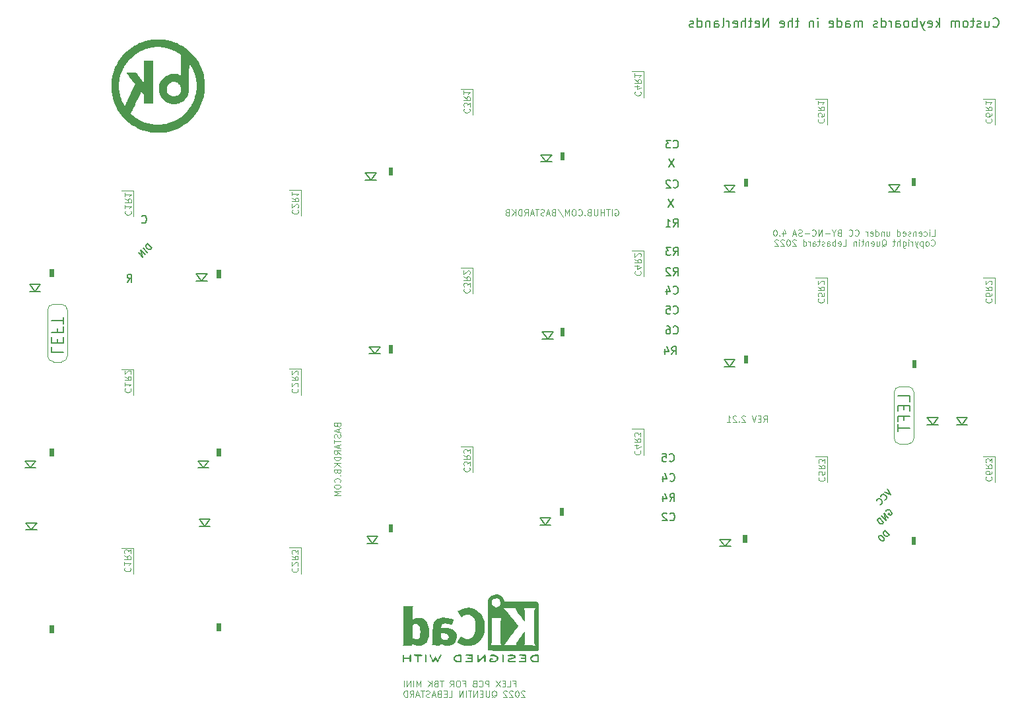
<source format=gbr>
G04 #@! TF.GenerationSoftware,KiCad,Pcbnew,(6.0.0)*
G04 #@! TF.CreationDate,2022-01-24T15:56:27+01:00*
G04 #@! TF.ProjectId,flex,666c6578-2e6b-4696-9361-645f70636258,rev?*
G04 #@! TF.SameCoordinates,Original*
G04 #@! TF.FileFunction,Legend,Bot*
G04 #@! TF.FilePolarity,Positive*
%FSLAX46Y46*%
G04 Gerber Fmt 4.6, Leading zero omitted, Abs format (unit mm)*
G04 Created by KiCad (PCBNEW (6.0.0)) date 2022-01-24 15:56:27*
%MOMM*%
%LPD*%
G01*
G04 APERTURE LIST*
%ADD10C,0.120000*%
%ADD11C,0.150000*%
%ADD12C,0.200000*%
%ADD13C,0.100000*%
G04 APERTURE END LIST*
D10*
X147471005Y-104466220D02*
X147471005Y-98641220D01*
X148242083Y-97860331D02*
G75*
G03*
X147471005Y-98641220I29640J-800407D01*
G01*
X38907916Y-93893591D02*
X38907917Y-88068591D01*
X149261194Y-97860331D02*
X148242083Y-97860331D01*
X150042084Y-98656409D02*
X150042083Y-104481409D01*
X41478995Y-88083780D02*
X41478995Y-93908780D01*
X41478996Y-88083780D02*
G75*
G03*
X40698106Y-87287702I-800386J-4081D01*
G01*
X39678995Y-87287702D02*
G75*
G03*
X38907917Y-88068591I29640J-800407D01*
G01*
X150042084Y-98656409D02*
G75*
G03*
X149261194Y-97860331I-800386J-4081D01*
G01*
X38907916Y-93893591D02*
G75*
G03*
X39688806Y-94689669I800386J4081D01*
G01*
X39688806Y-94689669D02*
X40707917Y-94689669D01*
X40707917Y-94689669D02*
G75*
G03*
X41478995Y-93908780I-29640J800407D01*
G01*
X148251894Y-105262298D02*
X149271005Y-105262298D01*
X40698106Y-87287702D02*
X39678995Y-87287702D01*
X147471004Y-104466220D02*
G75*
G03*
X148251894Y-105262298I800386J4081D01*
G01*
X149271005Y-105262298D02*
G75*
G03*
X150042083Y-104481409I-29640J800407D01*
G01*
D11*
X146875594Y-116889617D02*
X146309909Y-116323931D01*
X146175222Y-116458618D01*
X146121347Y-116566368D01*
X146121347Y-116674117D01*
X146148284Y-116754930D01*
X146229096Y-116889617D01*
X146309909Y-116970429D01*
X146444596Y-117051241D01*
X146525408Y-117078179D01*
X146633157Y-117078179D01*
X146740907Y-117024304D01*
X146875594Y-116889617D01*
X145636473Y-116997366D02*
X145528724Y-117105116D01*
X145501786Y-117185928D01*
X145501786Y-117293678D01*
X145582599Y-117428365D01*
X145771160Y-117616927D01*
X145905847Y-117697739D01*
X146013597Y-117697739D01*
X146094409Y-117670801D01*
X146202159Y-117563052D01*
X146229096Y-117482240D01*
X146229096Y-117374490D01*
X146148284Y-117239803D01*
X145959722Y-117051241D01*
X145825035Y-116970429D01*
X145717286Y-116970429D01*
X145636473Y-116997366D01*
X146624689Y-111019151D02*
X147001812Y-111773398D01*
X146247565Y-111396275D01*
X146247565Y-112419896D02*
X146301440Y-112419896D01*
X146409189Y-112366021D01*
X146463064Y-112312146D01*
X146516939Y-112204397D01*
X146516939Y-112096647D01*
X146490002Y-112015835D01*
X146409189Y-111881148D01*
X146328377Y-111800336D01*
X146193690Y-111719524D01*
X146112878Y-111692586D01*
X146005128Y-111692586D01*
X145897379Y-111746461D01*
X145843504Y-111800336D01*
X145789629Y-111908085D01*
X145789629Y-111961960D01*
X145681880Y-112985581D02*
X145735754Y-112985581D01*
X145843504Y-112931707D01*
X145897379Y-112877832D01*
X145951254Y-112770082D01*
X145951254Y-112662333D01*
X145924316Y-112581520D01*
X145843504Y-112446833D01*
X145762692Y-112366021D01*
X145628005Y-112285209D01*
X145547193Y-112258272D01*
X145439443Y-112258272D01*
X145331693Y-112312146D01*
X145277819Y-112366021D01*
X145223944Y-112473771D01*
X145223944Y-112527646D01*
D10*
X159299085Y-109455886D02*
X159260990Y-109493981D01*
X159222895Y-109608267D01*
X159222895Y-109684458D01*
X159260990Y-109798743D01*
X159337180Y-109874934D01*
X159413371Y-109913029D01*
X159565752Y-109951124D01*
X159680038Y-109951124D01*
X159832419Y-109913029D01*
X159908609Y-109874934D01*
X159984800Y-109798743D01*
X160022895Y-109684458D01*
X160022895Y-109608267D01*
X159984800Y-109493981D01*
X159946704Y-109455886D01*
X160022895Y-108770172D02*
X160022895Y-108922553D01*
X159984800Y-108998743D01*
X159946704Y-109036839D01*
X159832419Y-109113029D01*
X159680038Y-109151124D01*
X159375276Y-109151124D01*
X159299085Y-109113029D01*
X159260990Y-109074934D01*
X159222895Y-108998743D01*
X159222895Y-108846362D01*
X159260990Y-108770172D01*
X159299085Y-108732077D01*
X159375276Y-108693981D01*
X159565752Y-108693981D01*
X159641942Y-108732077D01*
X159680038Y-108770172D01*
X159718133Y-108846362D01*
X159718133Y-108998743D01*
X159680038Y-109074934D01*
X159641942Y-109113029D01*
X159565752Y-109151124D01*
X159222895Y-107893981D02*
X159603847Y-108160648D01*
X159222895Y-108351124D02*
X160022895Y-108351124D01*
X160022895Y-108046362D01*
X159984800Y-107970172D01*
X159946704Y-107932077D01*
X159870514Y-107893981D01*
X159756228Y-107893981D01*
X159680038Y-107932077D01*
X159641942Y-107970172D01*
X159603847Y-108046362D01*
X159603847Y-108351124D01*
X160022895Y-107627315D02*
X160022895Y-107132077D01*
X159718133Y-107398743D01*
X159718133Y-107284458D01*
X159680038Y-107208267D01*
X159641942Y-107170172D01*
X159565752Y-107132077D01*
X159375276Y-107132077D01*
X159299085Y-107170172D01*
X159260990Y-107208267D01*
X159222895Y-107284458D01*
X159222895Y-107513029D01*
X159260990Y-107589220D01*
X159299085Y-107627315D01*
D11*
X119233333Y-68652380D02*
X118566666Y-69652380D01*
X118566666Y-68652380D02*
X119233333Y-69652380D01*
D10*
X137799085Y-86605886D02*
X137760990Y-86643981D01*
X137722895Y-86758267D01*
X137722895Y-86834458D01*
X137760990Y-86948743D01*
X137837180Y-87024934D01*
X137913371Y-87063029D01*
X138065752Y-87101124D01*
X138180038Y-87101124D01*
X138332419Y-87063029D01*
X138408609Y-87024934D01*
X138484800Y-86948743D01*
X138522895Y-86834458D01*
X138522895Y-86758267D01*
X138484800Y-86643981D01*
X138446704Y-86605886D01*
X138522895Y-85882077D02*
X138522895Y-86263029D01*
X138141942Y-86301124D01*
X138180038Y-86263029D01*
X138218133Y-86186839D01*
X138218133Y-85996362D01*
X138180038Y-85920172D01*
X138141942Y-85882077D01*
X138065752Y-85843981D01*
X137875276Y-85843981D01*
X137799085Y-85882077D01*
X137760990Y-85920172D01*
X137722895Y-85996362D01*
X137722895Y-86186839D01*
X137760990Y-86263029D01*
X137799085Y-86301124D01*
X137722895Y-85043981D02*
X138103847Y-85310648D01*
X137722895Y-85501124D02*
X138522895Y-85501124D01*
X138522895Y-85196362D01*
X138484800Y-85120172D01*
X138446704Y-85082077D01*
X138370514Y-85043981D01*
X138256228Y-85043981D01*
X138180038Y-85082077D01*
X138141942Y-85120172D01*
X138103847Y-85196362D01*
X138103847Y-85501124D01*
X138446704Y-84739220D02*
X138484800Y-84701124D01*
X138522895Y-84624934D01*
X138522895Y-84434458D01*
X138484800Y-84358267D01*
X138446704Y-84320172D01*
X138370514Y-84282077D01*
X138294323Y-84282077D01*
X138180038Y-84320172D01*
X137722895Y-84777315D01*
X137722895Y-84282077D01*
X48914285Y-75314285D02*
X48876190Y-75352380D01*
X48838095Y-75466666D01*
X48838095Y-75542857D01*
X48876190Y-75657142D01*
X48952380Y-75733333D01*
X49028571Y-75771428D01*
X49180952Y-75809523D01*
X49295238Y-75809523D01*
X49447619Y-75771428D01*
X49523809Y-75733333D01*
X49600000Y-75657142D01*
X49638095Y-75542857D01*
X49638095Y-75466666D01*
X49600000Y-75352380D01*
X49561904Y-75314285D01*
X48838095Y-74552380D02*
X48838095Y-75009523D01*
X48838095Y-74780952D02*
X49638095Y-74780952D01*
X49523809Y-74857142D01*
X49447619Y-74933333D01*
X49409523Y-75009523D01*
X48838095Y-73752380D02*
X49219047Y-74019047D01*
X48838095Y-74209523D02*
X49638095Y-74209523D01*
X49638095Y-73904761D01*
X49600000Y-73828571D01*
X49561904Y-73790476D01*
X49485714Y-73752380D01*
X49371428Y-73752380D01*
X49295238Y-73790476D01*
X49257142Y-73828571D01*
X49219047Y-73904761D01*
X49219047Y-74209523D01*
X48838095Y-72990476D02*
X48838095Y-73447619D01*
X48838095Y-73219047D02*
X49638095Y-73219047D01*
X49523809Y-73295238D01*
X49447619Y-73371428D01*
X49409523Y-73447619D01*
D11*
X118721265Y-112591481D02*
X119054599Y-112115291D01*
X119292694Y-112591481D02*
X119292694Y-111591481D01*
X118911741Y-111591481D01*
X118816503Y-111639101D01*
X118768884Y-111686720D01*
X118721265Y-111781958D01*
X118721265Y-111924815D01*
X118768884Y-112020053D01*
X118816503Y-112067672D01*
X118911741Y-112115291D01*
X119292694Y-112115291D01*
X117864122Y-111924815D02*
X117864122Y-112591481D01*
X118102218Y-111543862D02*
X118340313Y-112258148D01*
X117721265Y-112258148D01*
D10*
X48852285Y-121114285D02*
X48814190Y-121152380D01*
X48776095Y-121266666D01*
X48776095Y-121342857D01*
X48814190Y-121457142D01*
X48890380Y-121533333D01*
X48966571Y-121571428D01*
X49118952Y-121609523D01*
X49233238Y-121609523D01*
X49385619Y-121571428D01*
X49461809Y-121533333D01*
X49538000Y-121457142D01*
X49576095Y-121342857D01*
X49576095Y-121266666D01*
X49538000Y-121152380D01*
X49499904Y-121114285D01*
X48776095Y-120352380D02*
X48776095Y-120809523D01*
X48776095Y-120580952D02*
X49576095Y-120580952D01*
X49461809Y-120657142D01*
X49385619Y-120733333D01*
X49347523Y-120809523D01*
X48776095Y-119552380D02*
X49157047Y-119819047D01*
X48776095Y-120009523D02*
X49576095Y-120009523D01*
X49576095Y-119704761D01*
X49538000Y-119628571D01*
X49499904Y-119590476D01*
X49423714Y-119552380D01*
X49309428Y-119552380D01*
X49233238Y-119590476D01*
X49195142Y-119628571D01*
X49157047Y-119704761D01*
X49157047Y-120009523D01*
X49576095Y-119285714D02*
X49576095Y-118790476D01*
X49271333Y-119057142D01*
X49271333Y-118942857D01*
X49233238Y-118866666D01*
X49195142Y-118828571D01*
X49118952Y-118790476D01*
X48928476Y-118790476D01*
X48852285Y-118828571D01*
X48814190Y-118866666D01*
X48776095Y-118942857D01*
X48776095Y-119171428D01*
X48814190Y-119247619D01*
X48852285Y-119285714D01*
D11*
X119166666Y-77352380D02*
X119500000Y-76876190D01*
X119738095Y-77352380D02*
X119738095Y-76352380D01*
X119357142Y-76352380D01*
X119261904Y-76400000D01*
X119214285Y-76447619D01*
X119166666Y-76542857D01*
X119166666Y-76685714D01*
X119214285Y-76780952D01*
X119261904Y-76828571D01*
X119357142Y-76876190D01*
X119738095Y-76876190D01*
X118214285Y-77352380D02*
X118785714Y-77352380D01*
X118500000Y-77352380D02*
X118500000Y-76352380D01*
X118595238Y-76495238D01*
X118690476Y-76590476D01*
X118785714Y-76638095D01*
D10*
X114299085Y-60005886D02*
X114260990Y-60043981D01*
X114222895Y-60158267D01*
X114222895Y-60234458D01*
X114260990Y-60348743D01*
X114337180Y-60424934D01*
X114413371Y-60463029D01*
X114565752Y-60501124D01*
X114680038Y-60501124D01*
X114832419Y-60463029D01*
X114908609Y-60424934D01*
X114984800Y-60348743D01*
X115022895Y-60234458D01*
X115022895Y-60158267D01*
X114984800Y-60043981D01*
X114946704Y-60005886D01*
X114756228Y-59320172D02*
X114222895Y-59320172D01*
X115060990Y-59510648D02*
X114489561Y-59701124D01*
X114489561Y-59205886D01*
X114222895Y-58443981D02*
X114603847Y-58710648D01*
X114222895Y-58901124D02*
X115022895Y-58901124D01*
X115022895Y-58596362D01*
X114984800Y-58520172D01*
X114946704Y-58482077D01*
X114870514Y-58443981D01*
X114756228Y-58443981D01*
X114680038Y-58482077D01*
X114641942Y-58520172D01*
X114603847Y-58596362D01*
X114603847Y-58901124D01*
X114222895Y-57682077D02*
X114222895Y-58139220D01*
X114222895Y-57910648D02*
X115022895Y-57910648D01*
X114908609Y-57986839D01*
X114832419Y-58063029D01*
X114794323Y-58139220D01*
X159299085Y-63505886D02*
X159260990Y-63543981D01*
X159222895Y-63658267D01*
X159222895Y-63734458D01*
X159260990Y-63848743D01*
X159337180Y-63924934D01*
X159413371Y-63963029D01*
X159565752Y-64001124D01*
X159680038Y-64001124D01*
X159832419Y-63963029D01*
X159908609Y-63924934D01*
X159984800Y-63848743D01*
X160022895Y-63734458D01*
X160022895Y-63658267D01*
X159984800Y-63543981D01*
X159946704Y-63505886D01*
X160022895Y-62820172D02*
X160022895Y-62972553D01*
X159984800Y-63048743D01*
X159946704Y-63086839D01*
X159832419Y-63163029D01*
X159680038Y-63201124D01*
X159375276Y-63201124D01*
X159299085Y-63163029D01*
X159260990Y-63124934D01*
X159222895Y-63048743D01*
X159222895Y-62896362D01*
X159260990Y-62820172D01*
X159299085Y-62782077D01*
X159375276Y-62743981D01*
X159565752Y-62743981D01*
X159641942Y-62782077D01*
X159680038Y-62820172D01*
X159718133Y-62896362D01*
X159718133Y-63048743D01*
X159680038Y-63124934D01*
X159641942Y-63163029D01*
X159565752Y-63201124D01*
X159222895Y-61943981D02*
X159603847Y-62210648D01*
X159222895Y-62401124D02*
X160022895Y-62401124D01*
X160022895Y-62096362D01*
X159984800Y-62020172D01*
X159946704Y-61982077D01*
X159870514Y-61943981D01*
X159756228Y-61943981D01*
X159680038Y-61982077D01*
X159641942Y-62020172D01*
X159603847Y-62096362D01*
X159603847Y-62401124D01*
X159222895Y-61182077D02*
X159222895Y-61639220D01*
X159222895Y-61410648D02*
X160022895Y-61410648D01*
X159908609Y-61486839D01*
X159832419Y-61563029D01*
X159794323Y-61639220D01*
X98675619Y-135998857D02*
X98942285Y-135998857D01*
X98942285Y-136417904D02*
X98942285Y-135617904D01*
X98561333Y-135617904D01*
X97875619Y-136417904D02*
X98256571Y-136417904D01*
X98256571Y-135617904D01*
X97608952Y-135998857D02*
X97342285Y-135998857D01*
X97228000Y-136417904D02*
X97608952Y-136417904D01*
X97608952Y-135617904D01*
X97228000Y-135617904D01*
X96961333Y-135617904D02*
X96428000Y-136417904D01*
X96428000Y-135617904D02*
X96961333Y-136417904D01*
X95513714Y-136417904D02*
X95513714Y-135617904D01*
X95208952Y-135617904D01*
X95132761Y-135656000D01*
X95094666Y-135694095D01*
X95056571Y-135770285D01*
X95056571Y-135884571D01*
X95094666Y-135960761D01*
X95132761Y-135998857D01*
X95208952Y-136036952D01*
X95513714Y-136036952D01*
X94256571Y-136341714D02*
X94294666Y-136379809D01*
X94408952Y-136417904D01*
X94485142Y-136417904D01*
X94599428Y-136379809D01*
X94675619Y-136303619D01*
X94713714Y-136227428D01*
X94751809Y-136075047D01*
X94751809Y-135960761D01*
X94713714Y-135808380D01*
X94675619Y-135732190D01*
X94599428Y-135656000D01*
X94485142Y-135617904D01*
X94408952Y-135617904D01*
X94294666Y-135656000D01*
X94256571Y-135694095D01*
X93647047Y-135998857D02*
X93532761Y-136036952D01*
X93494666Y-136075047D01*
X93456571Y-136151238D01*
X93456571Y-136265523D01*
X93494666Y-136341714D01*
X93532761Y-136379809D01*
X93608952Y-136417904D01*
X93913714Y-136417904D01*
X93913714Y-135617904D01*
X93647047Y-135617904D01*
X93570857Y-135656000D01*
X93532761Y-135694095D01*
X93494666Y-135770285D01*
X93494666Y-135846476D01*
X93532761Y-135922666D01*
X93570857Y-135960761D01*
X93647047Y-135998857D01*
X93913714Y-135998857D01*
X92237523Y-135998857D02*
X92504190Y-135998857D01*
X92504190Y-136417904D02*
X92504190Y-135617904D01*
X92123238Y-135617904D01*
X91666095Y-135617904D02*
X91513714Y-135617904D01*
X91437523Y-135656000D01*
X91361333Y-135732190D01*
X91323238Y-135884571D01*
X91323238Y-136151238D01*
X91361333Y-136303619D01*
X91437523Y-136379809D01*
X91513714Y-136417904D01*
X91666095Y-136417904D01*
X91742285Y-136379809D01*
X91818476Y-136303619D01*
X91856571Y-136151238D01*
X91856571Y-135884571D01*
X91818476Y-135732190D01*
X91742285Y-135656000D01*
X91666095Y-135617904D01*
X90523238Y-136417904D02*
X90789904Y-136036952D01*
X90980380Y-136417904D02*
X90980380Y-135617904D01*
X90675619Y-135617904D01*
X90599428Y-135656000D01*
X90561333Y-135694095D01*
X90523238Y-135770285D01*
X90523238Y-135884571D01*
X90561333Y-135960761D01*
X90599428Y-135998857D01*
X90675619Y-136036952D01*
X90980380Y-136036952D01*
X89685142Y-135617904D02*
X89228000Y-135617904D01*
X89456571Y-136417904D02*
X89456571Y-135617904D01*
X88694666Y-135998857D02*
X88580380Y-136036952D01*
X88542285Y-136075047D01*
X88504190Y-136151238D01*
X88504190Y-136265523D01*
X88542285Y-136341714D01*
X88580380Y-136379809D01*
X88656571Y-136417904D01*
X88961333Y-136417904D01*
X88961333Y-135617904D01*
X88694666Y-135617904D01*
X88618476Y-135656000D01*
X88580380Y-135694095D01*
X88542285Y-135770285D01*
X88542285Y-135846476D01*
X88580380Y-135922666D01*
X88618476Y-135960761D01*
X88694666Y-135998857D01*
X88961333Y-135998857D01*
X88161333Y-136417904D02*
X88161333Y-135617904D01*
X87704190Y-136417904D02*
X88047047Y-135960761D01*
X87704190Y-135617904D02*
X88161333Y-136075047D01*
X86751809Y-136417904D02*
X86751809Y-135617904D01*
X86485142Y-136189333D01*
X86218476Y-135617904D01*
X86218476Y-136417904D01*
X85837523Y-136417904D02*
X85837523Y-135617904D01*
X85456571Y-136417904D02*
X85456571Y-135617904D01*
X84999428Y-136417904D01*
X84999428Y-135617904D01*
X84618476Y-136417904D02*
X84618476Y-135617904D01*
X100123238Y-136982095D02*
X100085142Y-136944000D01*
X100008952Y-136905904D01*
X99818476Y-136905904D01*
X99742285Y-136944000D01*
X99704190Y-136982095D01*
X99666095Y-137058285D01*
X99666095Y-137134476D01*
X99704190Y-137248761D01*
X100161333Y-137705904D01*
X99666095Y-137705904D01*
X99170857Y-136905904D02*
X99094666Y-136905904D01*
X99018476Y-136944000D01*
X98980380Y-136982095D01*
X98942285Y-137058285D01*
X98904190Y-137210666D01*
X98904190Y-137401142D01*
X98942285Y-137553523D01*
X98980380Y-137629714D01*
X99018476Y-137667809D01*
X99094666Y-137705904D01*
X99170857Y-137705904D01*
X99247047Y-137667809D01*
X99285142Y-137629714D01*
X99323238Y-137553523D01*
X99361333Y-137401142D01*
X99361333Y-137210666D01*
X99323238Y-137058285D01*
X99285142Y-136982095D01*
X99247047Y-136944000D01*
X99170857Y-136905904D01*
X98599428Y-136982095D02*
X98561333Y-136944000D01*
X98485142Y-136905904D01*
X98294666Y-136905904D01*
X98218476Y-136944000D01*
X98180380Y-136982095D01*
X98142285Y-137058285D01*
X98142285Y-137134476D01*
X98180380Y-137248761D01*
X98637523Y-137705904D01*
X98142285Y-137705904D01*
X97837523Y-136982095D02*
X97799428Y-136944000D01*
X97723238Y-136905904D01*
X97532761Y-136905904D01*
X97456571Y-136944000D01*
X97418476Y-136982095D01*
X97380380Y-137058285D01*
X97380380Y-137134476D01*
X97418476Y-137248761D01*
X97875619Y-137705904D01*
X97380380Y-137705904D01*
X95894666Y-137782095D02*
X95970857Y-137744000D01*
X96047047Y-137667809D01*
X96161333Y-137553523D01*
X96237523Y-137515428D01*
X96313714Y-137515428D01*
X96275619Y-137705904D02*
X96351809Y-137667809D01*
X96428000Y-137591619D01*
X96466095Y-137439238D01*
X96466095Y-137172571D01*
X96428000Y-137020190D01*
X96351809Y-136944000D01*
X96275619Y-136905904D01*
X96123238Y-136905904D01*
X96047047Y-136944000D01*
X95970857Y-137020190D01*
X95932761Y-137172571D01*
X95932761Y-137439238D01*
X95970857Y-137591619D01*
X96047047Y-137667809D01*
X96123238Y-137705904D01*
X96275619Y-137705904D01*
X95589904Y-136905904D02*
X95589904Y-137553523D01*
X95551809Y-137629714D01*
X95513714Y-137667809D01*
X95437523Y-137705904D01*
X95285142Y-137705904D01*
X95208952Y-137667809D01*
X95170857Y-137629714D01*
X95132761Y-137553523D01*
X95132761Y-136905904D01*
X94751809Y-137286857D02*
X94485142Y-137286857D01*
X94370857Y-137705904D02*
X94751809Y-137705904D01*
X94751809Y-136905904D01*
X94370857Y-136905904D01*
X94028000Y-137705904D02*
X94028000Y-136905904D01*
X93570857Y-137705904D01*
X93570857Y-136905904D01*
X93304190Y-136905904D02*
X92847047Y-136905904D01*
X93075619Y-137705904D02*
X93075619Y-136905904D01*
X92580380Y-137705904D02*
X92580380Y-136905904D01*
X92199428Y-137705904D02*
X92199428Y-136905904D01*
X91742285Y-137705904D01*
X91742285Y-136905904D01*
X90370857Y-137705904D02*
X90751809Y-137705904D01*
X90751809Y-136905904D01*
X90104190Y-137286857D02*
X89837523Y-137286857D01*
X89723238Y-137705904D02*
X90104190Y-137705904D01*
X90104190Y-136905904D01*
X89723238Y-136905904D01*
X89113714Y-137286857D02*
X88999428Y-137324952D01*
X88961333Y-137363047D01*
X88923238Y-137439238D01*
X88923238Y-137553523D01*
X88961333Y-137629714D01*
X88999428Y-137667809D01*
X89075619Y-137705904D01*
X89380380Y-137705904D01*
X89380380Y-136905904D01*
X89113714Y-136905904D01*
X89037523Y-136944000D01*
X88999428Y-136982095D01*
X88961333Y-137058285D01*
X88961333Y-137134476D01*
X88999428Y-137210666D01*
X89037523Y-137248761D01*
X89113714Y-137286857D01*
X89380380Y-137286857D01*
X88618476Y-137477333D02*
X88237523Y-137477333D01*
X88694666Y-137705904D02*
X88428000Y-136905904D01*
X88161333Y-137705904D01*
X87932761Y-137667809D02*
X87818476Y-137705904D01*
X87628000Y-137705904D01*
X87551809Y-137667809D01*
X87513714Y-137629714D01*
X87475619Y-137553523D01*
X87475619Y-137477333D01*
X87513714Y-137401142D01*
X87551809Y-137363047D01*
X87628000Y-137324952D01*
X87780380Y-137286857D01*
X87856571Y-137248761D01*
X87894666Y-137210666D01*
X87932761Y-137134476D01*
X87932761Y-137058285D01*
X87894666Y-136982095D01*
X87856571Y-136944000D01*
X87780380Y-136905904D01*
X87589904Y-136905904D01*
X87475619Y-136944000D01*
X87247047Y-136905904D02*
X86789904Y-136905904D01*
X87018476Y-137705904D02*
X87018476Y-136905904D01*
X86561333Y-137477333D02*
X86180380Y-137477333D01*
X86637523Y-137705904D02*
X86370857Y-136905904D01*
X86104190Y-137705904D01*
X85380380Y-137705904D02*
X85647047Y-137324952D01*
X85837523Y-137705904D02*
X85837523Y-136905904D01*
X85532761Y-136905904D01*
X85456571Y-136944000D01*
X85418476Y-136982095D01*
X85380380Y-137058285D01*
X85380380Y-137172571D01*
X85418476Y-137248761D01*
X85456571Y-137286857D01*
X85532761Y-137324952D01*
X85837523Y-137324952D01*
X85037523Y-137705904D02*
X85037523Y-136905904D01*
X84847047Y-136905904D01*
X84732761Y-136944000D01*
X84656571Y-137020190D01*
X84618476Y-137096380D01*
X84580380Y-137248761D01*
X84580380Y-137363047D01*
X84618476Y-137515428D01*
X84656571Y-137591619D01*
X84732761Y-137667809D01*
X84847047Y-137705904D01*
X85037523Y-137705904D01*
D11*
X119166666Y-91020642D02*
X119214285Y-91068261D01*
X119357142Y-91115880D01*
X119452380Y-91115880D01*
X119595238Y-91068261D01*
X119690476Y-90973023D01*
X119738095Y-90877785D01*
X119785714Y-90687309D01*
X119785714Y-90544452D01*
X119738095Y-90353976D01*
X119690476Y-90258738D01*
X119595238Y-90163500D01*
X119452380Y-90115880D01*
X119357142Y-90115880D01*
X119214285Y-90163500D01*
X119166666Y-90211119D01*
X118309523Y-90115880D02*
X118500000Y-90115880D01*
X118595238Y-90163500D01*
X118642857Y-90211119D01*
X118738095Y-90353976D01*
X118785714Y-90544452D01*
X118785714Y-90925404D01*
X118738095Y-91020642D01*
X118690476Y-91068261D01*
X118595238Y-91115880D01*
X118404761Y-91115880D01*
X118309523Y-91068261D01*
X118261904Y-91020642D01*
X118214285Y-90925404D01*
X118214285Y-90687309D01*
X118261904Y-90592071D01*
X118309523Y-90544452D01*
X118404761Y-90496833D01*
X118595238Y-90496833D01*
X118690476Y-90544452D01*
X118738095Y-90592071D01*
X118785714Y-90687309D01*
X119166666Y-72257142D02*
X119214285Y-72304761D01*
X119357142Y-72352380D01*
X119452380Y-72352380D01*
X119595238Y-72304761D01*
X119690476Y-72209523D01*
X119738095Y-72114285D01*
X119785714Y-71923809D01*
X119785714Y-71780952D01*
X119738095Y-71590476D01*
X119690476Y-71495238D01*
X119595238Y-71400000D01*
X119452380Y-71352380D01*
X119357142Y-71352380D01*
X119214285Y-71400000D01*
X119166666Y-71447619D01*
X118785714Y-71447619D02*
X118738095Y-71400000D01*
X118642857Y-71352380D01*
X118404761Y-71352380D01*
X118309523Y-71400000D01*
X118261904Y-71447619D01*
X118214285Y-71542857D01*
X118214285Y-71638095D01*
X118261904Y-71780952D01*
X118833333Y-72352380D01*
X118214285Y-72352380D01*
X118670465Y-107398743D02*
X118718084Y-107446362D01*
X118860941Y-107493981D01*
X118956179Y-107493981D01*
X119099037Y-107446362D01*
X119194275Y-107351124D01*
X119241894Y-107255886D01*
X119289513Y-107065410D01*
X119289513Y-106922553D01*
X119241894Y-106732077D01*
X119194275Y-106636839D01*
X119099037Y-106541601D01*
X118956179Y-106493981D01*
X118860941Y-106493981D01*
X118718084Y-106541601D01*
X118670465Y-106589220D01*
X117765703Y-106493981D02*
X118241894Y-106493981D01*
X118289513Y-106970172D01*
X118241894Y-106922553D01*
X118146656Y-106874934D01*
X117908560Y-106874934D01*
X117813322Y-106922553D01*
X117765703Y-106970172D01*
X117718084Y-107065410D01*
X117718084Y-107303505D01*
X117765703Y-107398743D01*
X117813322Y-107446362D01*
X117908560Y-107493981D01*
X118146656Y-107493981D01*
X118241894Y-107446362D01*
X118289513Y-107398743D01*
D10*
X70364285Y-75214285D02*
X70326190Y-75252380D01*
X70288095Y-75366666D01*
X70288095Y-75442857D01*
X70326190Y-75557142D01*
X70402380Y-75633333D01*
X70478571Y-75671428D01*
X70630952Y-75709523D01*
X70745238Y-75709523D01*
X70897619Y-75671428D01*
X70973809Y-75633333D01*
X71050000Y-75557142D01*
X71088095Y-75442857D01*
X71088095Y-75366666D01*
X71050000Y-75252380D01*
X71011904Y-75214285D01*
X71011904Y-74909523D02*
X71050000Y-74871428D01*
X71088095Y-74795238D01*
X71088095Y-74604761D01*
X71050000Y-74528571D01*
X71011904Y-74490476D01*
X70935714Y-74452380D01*
X70859523Y-74452380D01*
X70745238Y-74490476D01*
X70288095Y-74947619D01*
X70288095Y-74452380D01*
X70288095Y-73652380D02*
X70669047Y-73919047D01*
X70288095Y-74109523D02*
X71088095Y-74109523D01*
X71088095Y-73804761D01*
X71050000Y-73728571D01*
X71011904Y-73690476D01*
X70935714Y-73652380D01*
X70821428Y-73652380D01*
X70745238Y-73690476D01*
X70707142Y-73728571D01*
X70669047Y-73804761D01*
X70669047Y-74109523D01*
X70288095Y-72890476D02*
X70288095Y-73347619D01*
X70288095Y-73119047D02*
X71088095Y-73119047D01*
X70973809Y-73195238D01*
X70897619Y-73271428D01*
X70859523Y-73347619D01*
X70326285Y-98164285D02*
X70288190Y-98202380D01*
X70250095Y-98316666D01*
X70250095Y-98392857D01*
X70288190Y-98507142D01*
X70364380Y-98583333D01*
X70440571Y-98621428D01*
X70592952Y-98659523D01*
X70707238Y-98659523D01*
X70859619Y-98621428D01*
X70935809Y-98583333D01*
X71012000Y-98507142D01*
X71050095Y-98392857D01*
X71050095Y-98316666D01*
X71012000Y-98202380D01*
X70973904Y-98164285D01*
X70973904Y-97859523D02*
X71012000Y-97821428D01*
X71050095Y-97745238D01*
X71050095Y-97554761D01*
X71012000Y-97478571D01*
X70973904Y-97440476D01*
X70897714Y-97402380D01*
X70821523Y-97402380D01*
X70707238Y-97440476D01*
X70250095Y-97897619D01*
X70250095Y-97402380D01*
X70250095Y-96602380D02*
X70631047Y-96869047D01*
X70250095Y-97059523D02*
X71050095Y-97059523D01*
X71050095Y-96754761D01*
X71012000Y-96678571D01*
X70973904Y-96640476D01*
X70897714Y-96602380D01*
X70783428Y-96602380D01*
X70707238Y-96640476D01*
X70669142Y-96678571D01*
X70631047Y-96754761D01*
X70631047Y-97059523D01*
X70973904Y-96297619D02*
X71012000Y-96259523D01*
X71050095Y-96183333D01*
X71050095Y-95992857D01*
X71012000Y-95916666D01*
X70973904Y-95878571D01*
X70897714Y-95840476D01*
X70821523Y-95840476D01*
X70707238Y-95878571D01*
X70250095Y-96335714D01*
X70250095Y-95840476D01*
D11*
X119166666Y-67157142D02*
X119214285Y-67204761D01*
X119357142Y-67252380D01*
X119452380Y-67252380D01*
X119595238Y-67204761D01*
X119690476Y-67109523D01*
X119738095Y-67014285D01*
X119785714Y-66823809D01*
X119785714Y-66680952D01*
X119738095Y-66490476D01*
X119690476Y-66395238D01*
X119595238Y-66300000D01*
X119452380Y-66252380D01*
X119357142Y-66252380D01*
X119214285Y-66300000D01*
X119166666Y-66347619D01*
X118833333Y-66252380D02*
X118214285Y-66252380D01*
X118547619Y-66633333D01*
X118404761Y-66633333D01*
X118309523Y-66680952D01*
X118261904Y-66728571D01*
X118214285Y-66823809D01*
X118214285Y-67061904D01*
X118261904Y-67157142D01*
X118309523Y-67204761D01*
X118404761Y-67252380D01*
X118690476Y-67252380D01*
X118785714Y-67204761D01*
X118833333Y-67157142D01*
X119166666Y-83598280D02*
X119500000Y-83122090D01*
X119738095Y-83598280D02*
X119738095Y-82598280D01*
X119357142Y-82598280D01*
X119261904Y-82645900D01*
X119214285Y-82693519D01*
X119166666Y-82788757D01*
X119166666Y-82931614D01*
X119214285Y-83026852D01*
X119261904Y-83074471D01*
X119357142Y-83122090D01*
X119738095Y-83122090D01*
X118785714Y-82693519D02*
X118738095Y-82645900D01*
X118642857Y-82598280D01*
X118404761Y-82598280D01*
X118309523Y-82645900D01*
X118261904Y-82693519D01*
X118214285Y-82788757D01*
X118214285Y-82883995D01*
X118261904Y-83026852D01*
X118833333Y-83598280D01*
X118214285Y-83598280D01*
D10*
X92349085Y-108255886D02*
X92310990Y-108293981D01*
X92272895Y-108408267D01*
X92272895Y-108484458D01*
X92310990Y-108598743D01*
X92387180Y-108674934D01*
X92463371Y-108713029D01*
X92615752Y-108751124D01*
X92730038Y-108751124D01*
X92882419Y-108713029D01*
X92958609Y-108674934D01*
X93034800Y-108598743D01*
X93072895Y-108484458D01*
X93072895Y-108408267D01*
X93034800Y-108293981D01*
X92996704Y-108255886D01*
X93072895Y-107989220D02*
X93072895Y-107493981D01*
X92768133Y-107760648D01*
X92768133Y-107646362D01*
X92730038Y-107570172D01*
X92691942Y-107532077D01*
X92615752Y-107493981D01*
X92425276Y-107493981D01*
X92349085Y-107532077D01*
X92310990Y-107570172D01*
X92272895Y-107646362D01*
X92272895Y-107874934D01*
X92310990Y-107951124D01*
X92349085Y-107989220D01*
X92272895Y-106693981D02*
X92653847Y-106960648D01*
X92272895Y-107151124D02*
X93072895Y-107151124D01*
X93072895Y-106846362D01*
X93034800Y-106770172D01*
X92996704Y-106732077D01*
X92920514Y-106693981D01*
X92806228Y-106693981D01*
X92730038Y-106732077D01*
X92691942Y-106770172D01*
X92653847Y-106846362D01*
X92653847Y-107151124D01*
X93072895Y-106427315D02*
X93072895Y-105932077D01*
X92768133Y-106198743D01*
X92768133Y-106084458D01*
X92730038Y-106008267D01*
X92691942Y-105970172D01*
X92615752Y-105932077D01*
X92425276Y-105932077D01*
X92349085Y-105970172D01*
X92310990Y-106008267D01*
X92272895Y-106084458D01*
X92272895Y-106313029D01*
X92310990Y-106389220D01*
X92349085Y-106427315D01*
D11*
X50990476Y-76807142D02*
X51038095Y-76854761D01*
X51180952Y-76902380D01*
X51276190Y-76902380D01*
X51419047Y-76854761D01*
X51514285Y-76759523D01*
X51561904Y-76664285D01*
X51609523Y-76473809D01*
X51609523Y-76330952D01*
X51561904Y-76140476D01*
X51514285Y-76045238D01*
X51419047Y-75950000D01*
X51276190Y-75902380D01*
X51180952Y-75902380D01*
X51038095Y-75950000D01*
X50990476Y-75997619D01*
X118721265Y-109937844D02*
X118768884Y-109985463D01*
X118911741Y-110033082D01*
X119006979Y-110033082D01*
X119149837Y-109985463D01*
X119245075Y-109890225D01*
X119292694Y-109794987D01*
X119340313Y-109604511D01*
X119340313Y-109461654D01*
X119292694Y-109271178D01*
X119245075Y-109175940D01*
X119149837Y-109080702D01*
X119006979Y-109033082D01*
X118911741Y-109033082D01*
X118768884Y-109080702D01*
X118721265Y-109128321D01*
X117864122Y-109366416D02*
X117864122Y-110033082D01*
X118102218Y-108985463D02*
X118340313Y-109699749D01*
X117721265Y-109699749D01*
D10*
X48902285Y-98114285D02*
X48864190Y-98152380D01*
X48826095Y-98266666D01*
X48826095Y-98342857D01*
X48864190Y-98457142D01*
X48940380Y-98533333D01*
X49016571Y-98571428D01*
X49168952Y-98609523D01*
X49283238Y-98609523D01*
X49435619Y-98571428D01*
X49511809Y-98533333D01*
X49588000Y-98457142D01*
X49626095Y-98342857D01*
X49626095Y-98266666D01*
X49588000Y-98152380D01*
X49549904Y-98114285D01*
X48826095Y-97352380D02*
X48826095Y-97809523D01*
X48826095Y-97580952D02*
X49626095Y-97580952D01*
X49511809Y-97657142D01*
X49435619Y-97733333D01*
X49397523Y-97809523D01*
X48826095Y-96552380D02*
X49207047Y-96819047D01*
X48826095Y-97009523D02*
X49626095Y-97009523D01*
X49626095Y-96704761D01*
X49588000Y-96628571D01*
X49549904Y-96590476D01*
X49473714Y-96552380D01*
X49359428Y-96552380D01*
X49283238Y-96590476D01*
X49245142Y-96628571D01*
X49207047Y-96704761D01*
X49207047Y-97009523D01*
X49549904Y-96247619D02*
X49588000Y-96209523D01*
X49626095Y-96133333D01*
X49626095Y-95942857D01*
X49588000Y-95866666D01*
X49549904Y-95828571D01*
X49473714Y-95790476D01*
X49397523Y-95790476D01*
X49283238Y-95828571D01*
X48826095Y-96285714D01*
X48826095Y-95790476D01*
D11*
X119205133Y-73793981D02*
X118538466Y-74793981D01*
X118538466Y-73793981D02*
X119205133Y-74793981D01*
D10*
X70326285Y-121164285D02*
X70288190Y-121202380D01*
X70250095Y-121316666D01*
X70250095Y-121392857D01*
X70288190Y-121507142D01*
X70364380Y-121583333D01*
X70440571Y-121621428D01*
X70592952Y-121659523D01*
X70707238Y-121659523D01*
X70859619Y-121621428D01*
X70935809Y-121583333D01*
X71012000Y-121507142D01*
X71050095Y-121392857D01*
X71050095Y-121316666D01*
X71012000Y-121202380D01*
X70973904Y-121164285D01*
X70973904Y-120859523D02*
X71012000Y-120821428D01*
X71050095Y-120745238D01*
X71050095Y-120554761D01*
X71012000Y-120478571D01*
X70973904Y-120440476D01*
X70897714Y-120402380D01*
X70821523Y-120402380D01*
X70707238Y-120440476D01*
X70250095Y-120897619D01*
X70250095Y-120402380D01*
X70250095Y-119602380D02*
X70631047Y-119869047D01*
X70250095Y-120059523D02*
X71050095Y-120059523D01*
X71050095Y-119754761D01*
X71012000Y-119678571D01*
X70973904Y-119640476D01*
X70897714Y-119602380D01*
X70783428Y-119602380D01*
X70707238Y-119640476D01*
X70669142Y-119678571D01*
X70631047Y-119754761D01*
X70631047Y-120059523D01*
X71050095Y-119335714D02*
X71050095Y-118840476D01*
X70745333Y-119107142D01*
X70745333Y-118992857D01*
X70707238Y-118916666D01*
X70669142Y-118878571D01*
X70592952Y-118840476D01*
X70402476Y-118840476D01*
X70326285Y-118878571D01*
X70288190Y-118916666D01*
X70250095Y-118992857D01*
X70250095Y-119221428D01*
X70288190Y-119297619D01*
X70326285Y-119335714D01*
D11*
X119166666Y-88432242D02*
X119214285Y-88479861D01*
X119357142Y-88527480D01*
X119452380Y-88527480D01*
X119595238Y-88479861D01*
X119690476Y-88384623D01*
X119738095Y-88289385D01*
X119785714Y-88098909D01*
X119785714Y-87956052D01*
X119738095Y-87765576D01*
X119690476Y-87670338D01*
X119595238Y-87575100D01*
X119452380Y-87527480D01*
X119357142Y-87527480D01*
X119214285Y-87575100D01*
X119166666Y-87622719D01*
X118261904Y-87527480D02*
X118738095Y-87527480D01*
X118785714Y-88003671D01*
X118738095Y-87956052D01*
X118642857Y-87908433D01*
X118404761Y-87908433D01*
X118309523Y-87956052D01*
X118261904Y-88003671D01*
X118214285Y-88098909D01*
X118214285Y-88337004D01*
X118261904Y-88432242D01*
X118309523Y-88479861D01*
X118404761Y-88527480D01*
X118642857Y-88527480D01*
X118738095Y-88479861D01*
X118785714Y-88432242D01*
D10*
X76067857Y-102819047D02*
X76105952Y-102933333D01*
X76144047Y-102971428D01*
X76220238Y-103009523D01*
X76334523Y-103009523D01*
X76410714Y-102971428D01*
X76448809Y-102933333D01*
X76486904Y-102857142D01*
X76486904Y-102552380D01*
X75686904Y-102552380D01*
X75686904Y-102819047D01*
X75725000Y-102895238D01*
X75763095Y-102933333D01*
X75839285Y-102971428D01*
X75915476Y-102971428D01*
X75991666Y-102933333D01*
X76029761Y-102895238D01*
X76067857Y-102819047D01*
X76067857Y-102552380D01*
X76258333Y-103314285D02*
X76258333Y-103695238D01*
X76486904Y-103238095D02*
X75686904Y-103504761D01*
X76486904Y-103771428D01*
X76448809Y-104000000D02*
X76486904Y-104114285D01*
X76486904Y-104304761D01*
X76448809Y-104380952D01*
X76410714Y-104419047D01*
X76334523Y-104457142D01*
X76258333Y-104457142D01*
X76182142Y-104419047D01*
X76144047Y-104380952D01*
X76105952Y-104304761D01*
X76067857Y-104152380D01*
X76029761Y-104076190D01*
X75991666Y-104038095D01*
X75915476Y-104000000D01*
X75839285Y-104000000D01*
X75763095Y-104038095D01*
X75725000Y-104076190D01*
X75686904Y-104152380D01*
X75686904Y-104342857D01*
X75725000Y-104457142D01*
X75686904Y-104685714D02*
X75686904Y-105142857D01*
X76486904Y-104914285D02*
X75686904Y-104914285D01*
X76258333Y-105371428D02*
X76258333Y-105752380D01*
X76486904Y-105295238D02*
X75686904Y-105561904D01*
X76486904Y-105828571D01*
X76486904Y-106552380D02*
X76105952Y-106285714D01*
X76486904Y-106095238D02*
X75686904Y-106095238D01*
X75686904Y-106400000D01*
X75725000Y-106476190D01*
X75763095Y-106514285D01*
X75839285Y-106552380D01*
X75953571Y-106552380D01*
X76029761Y-106514285D01*
X76067857Y-106476190D01*
X76105952Y-106400000D01*
X76105952Y-106095238D01*
X76486904Y-106895238D02*
X75686904Y-106895238D01*
X75686904Y-107085714D01*
X75725000Y-107200000D01*
X75801190Y-107276190D01*
X75877380Y-107314285D01*
X76029761Y-107352380D01*
X76144047Y-107352380D01*
X76296428Y-107314285D01*
X76372619Y-107276190D01*
X76448809Y-107200000D01*
X76486904Y-107085714D01*
X76486904Y-106895238D01*
X76486904Y-107695238D02*
X75686904Y-107695238D01*
X76486904Y-108152380D02*
X76029761Y-107809523D01*
X75686904Y-108152380D02*
X76144047Y-107695238D01*
X76067857Y-108761904D02*
X76105952Y-108876190D01*
X76144047Y-108914285D01*
X76220238Y-108952380D01*
X76334523Y-108952380D01*
X76410714Y-108914285D01*
X76448809Y-108876190D01*
X76486904Y-108800000D01*
X76486904Y-108495238D01*
X75686904Y-108495238D01*
X75686904Y-108761904D01*
X75725000Y-108838095D01*
X75763095Y-108876190D01*
X75839285Y-108914285D01*
X75915476Y-108914285D01*
X75991666Y-108876190D01*
X76029761Y-108838095D01*
X76067857Y-108761904D01*
X76067857Y-108495238D01*
X76410714Y-109295238D02*
X76448809Y-109333333D01*
X76486904Y-109295238D01*
X76448809Y-109257142D01*
X76410714Y-109295238D01*
X76486904Y-109295238D01*
X76410714Y-110133333D02*
X76448809Y-110095238D01*
X76486904Y-109980952D01*
X76486904Y-109904761D01*
X76448809Y-109790476D01*
X76372619Y-109714285D01*
X76296428Y-109676190D01*
X76144047Y-109638095D01*
X76029761Y-109638095D01*
X75877380Y-109676190D01*
X75801190Y-109714285D01*
X75725000Y-109790476D01*
X75686904Y-109904761D01*
X75686904Y-109980952D01*
X75725000Y-110095238D01*
X75763095Y-110133333D01*
X75686904Y-110628571D02*
X75686904Y-110780952D01*
X75725000Y-110857142D01*
X75801190Y-110933333D01*
X75953571Y-110971428D01*
X76220238Y-110971428D01*
X76372619Y-110933333D01*
X76448809Y-110857142D01*
X76486904Y-110780952D01*
X76486904Y-110628571D01*
X76448809Y-110552380D01*
X76372619Y-110476190D01*
X76220238Y-110438095D01*
X75953571Y-110438095D01*
X75801190Y-110476190D01*
X75725000Y-110552380D01*
X75686904Y-110628571D01*
X76486904Y-111314285D02*
X75686904Y-111314285D01*
X76258333Y-111580952D01*
X75686904Y-111847619D01*
X76486904Y-111847619D01*
D11*
X118721265Y-114996243D02*
X118768884Y-115043862D01*
X118911741Y-115091481D01*
X119006979Y-115091481D01*
X119149837Y-115043862D01*
X119245075Y-114948624D01*
X119292694Y-114853386D01*
X119340313Y-114662910D01*
X119340313Y-114520053D01*
X119292694Y-114329577D01*
X119245075Y-114234339D01*
X119149837Y-114139101D01*
X119006979Y-114091481D01*
X118911741Y-114091481D01*
X118768884Y-114139101D01*
X118721265Y-114186720D01*
X118340313Y-114186720D02*
X118292694Y-114139101D01*
X118197456Y-114091481D01*
X117959360Y-114091481D01*
X117864122Y-114139101D01*
X117816503Y-114186720D01*
X117768884Y-114281958D01*
X117768884Y-114377196D01*
X117816503Y-114520053D01*
X118387932Y-115091481D01*
X117768884Y-115091481D01*
D12*
X160157514Y-51622172D02*
X160214657Y-51679315D01*
X160386085Y-51736458D01*
X160500371Y-51736458D01*
X160671800Y-51679315D01*
X160786085Y-51565029D01*
X160843228Y-51450743D01*
X160900371Y-51222172D01*
X160900371Y-51050743D01*
X160843228Y-50822172D01*
X160786085Y-50707886D01*
X160671800Y-50593601D01*
X160500371Y-50536458D01*
X160386085Y-50536458D01*
X160214657Y-50593601D01*
X160157514Y-50650743D01*
X159128942Y-50936458D02*
X159128942Y-51736458D01*
X159643228Y-50936458D02*
X159643228Y-51565029D01*
X159586085Y-51679315D01*
X159471800Y-51736458D01*
X159300371Y-51736458D01*
X159186085Y-51679315D01*
X159128942Y-51622172D01*
X158614657Y-51679315D02*
X158500371Y-51736458D01*
X158271800Y-51736458D01*
X158157514Y-51679315D01*
X158100371Y-51565029D01*
X158100371Y-51507886D01*
X158157514Y-51393601D01*
X158271800Y-51336458D01*
X158443228Y-51336458D01*
X158557514Y-51279315D01*
X158614657Y-51165029D01*
X158614657Y-51107886D01*
X158557514Y-50993601D01*
X158443228Y-50936458D01*
X158271800Y-50936458D01*
X158157514Y-50993601D01*
X157757514Y-50936458D02*
X157300371Y-50936458D01*
X157586085Y-50536458D02*
X157586085Y-51565029D01*
X157528942Y-51679315D01*
X157414657Y-51736458D01*
X157300371Y-51736458D01*
X156728942Y-51736458D02*
X156843228Y-51679315D01*
X156900371Y-51622172D01*
X156957514Y-51507886D01*
X156957514Y-51165029D01*
X156900371Y-51050743D01*
X156843228Y-50993601D01*
X156728942Y-50936458D01*
X156557514Y-50936458D01*
X156443228Y-50993601D01*
X156386085Y-51050743D01*
X156328942Y-51165029D01*
X156328942Y-51507886D01*
X156386085Y-51622172D01*
X156443228Y-51679315D01*
X156557514Y-51736458D01*
X156728942Y-51736458D01*
X155814657Y-51736458D02*
X155814657Y-50936458D01*
X155814657Y-51050743D02*
X155757514Y-50993601D01*
X155643228Y-50936458D01*
X155471800Y-50936458D01*
X155357514Y-50993601D01*
X155300371Y-51107886D01*
X155300371Y-51736458D01*
X155300371Y-51107886D02*
X155243228Y-50993601D01*
X155128942Y-50936458D01*
X154957514Y-50936458D01*
X154843228Y-50993601D01*
X154786085Y-51107886D01*
X154786085Y-51736458D01*
X153300371Y-51736458D02*
X153300371Y-50536458D01*
X153186085Y-51279315D02*
X152843228Y-51736458D01*
X152843228Y-50936458D02*
X153300371Y-51393601D01*
X151871800Y-51679315D02*
X151986085Y-51736458D01*
X152214657Y-51736458D01*
X152328942Y-51679315D01*
X152386085Y-51565029D01*
X152386085Y-51107886D01*
X152328942Y-50993601D01*
X152214657Y-50936458D01*
X151986085Y-50936458D01*
X151871800Y-50993601D01*
X151814657Y-51107886D01*
X151814657Y-51222172D01*
X152386085Y-51336458D01*
X151414657Y-50936458D02*
X151128942Y-51736458D01*
X150843228Y-50936458D02*
X151128942Y-51736458D01*
X151243228Y-52022172D01*
X151300371Y-52079315D01*
X151414657Y-52136458D01*
X150386085Y-51736458D02*
X150386085Y-50536458D01*
X150386085Y-50993601D02*
X150271800Y-50936458D01*
X150043228Y-50936458D01*
X149928942Y-50993601D01*
X149871800Y-51050743D01*
X149814657Y-51165029D01*
X149814657Y-51507886D01*
X149871800Y-51622172D01*
X149928942Y-51679315D01*
X150043228Y-51736458D01*
X150271800Y-51736458D01*
X150386085Y-51679315D01*
X149128942Y-51736458D02*
X149243228Y-51679315D01*
X149300371Y-51622172D01*
X149357514Y-51507886D01*
X149357514Y-51165029D01*
X149300371Y-51050743D01*
X149243228Y-50993601D01*
X149128942Y-50936458D01*
X148957514Y-50936458D01*
X148843228Y-50993601D01*
X148786085Y-51050743D01*
X148728942Y-51165029D01*
X148728942Y-51507886D01*
X148786085Y-51622172D01*
X148843228Y-51679315D01*
X148957514Y-51736458D01*
X149128942Y-51736458D01*
X147700371Y-51736458D02*
X147700371Y-51107886D01*
X147757514Y-50993601D01*
X147871800Y-50936458D01*
X148100371Y-50936458D01*
X148214657Y-50993601D01*
X147700371Y-51679315D02*
X147814657Y-51736458D01*
X148100371Y-51736458D01*
X148214657Y-51679315D01*
X148271800Y-51565029D01*
X148271800Y-51450743D01*
X148214657Y-51336458D01*
X148100371Y-51279315D01*
X147814657Y-51279315D01*
X147700371Y-51222172D01*
X147128942Y-51736458D02*
X147128942Y-50936458D01*
X147128942Y-51165029D02*
X147071800Y-51050743D01*
X147014657Y-50993601D01*
X146900371Y-50936458D01*
X146786085Y-50936458D01*
X145871800Y-51736458D02*
X145871800Y-50536458D01*
X145871800Y-51679315D02*
X145986085Y-51736458D01*
X146214657Y-51736458D01*
X146328942Y-51679315D01*
X146386085Y-51622172D01*
X146443228Y-51507886D01*
X146443228Y-51165029D01*
X146386085Y-51050743D01*
X146328942Y-50993601D01*
X146214657Y-50936458D01*
X145986085Y-50936458D01*
X145871800Y-50993601D01*
X145357514Y-51679315D02*
X145243228Y-51736458D01*
X145014657Y-51736458D01*
X144900371Y-51679315D01*
X144843228Y-51565029D01*
X144843228Y-51507886D01*
X144900371Y-51393601D01*
X145014657Y-51336458D01*
X145186085Y-51336458D01*
X145300371Y-51279315D01*
X145357514Y-51165029D01*
X145357514Y-51107886D01*
X145300371Y-50993601D01*
X145186085Y-50936458D01*
X145014657Y-50936458D01*
X144900371Y-50993601D01*
X143414657Y-51736458D02*
X143414657Y-50936458D01*
X143414657Y-51050743D02*
X143357514Y-50993601D01*
X143243228Y-50936458D01*
X143071800Y-50936458D01*
X142957514Y-50993601D01*
X142900371Y-51107886D01*
X142900371Y-51736458D01*
X142900371Y-51107886D02*
X142843228Y-50993601D01*
X142728942Y-50936458D01*
X142557514Y-50936458D01*
X142443228Y-50993601D01*
X142386085Y-51107886D01*
X142386085Y-51736458D01*
X141300371Y-51736458D02*
X141300371Y-51107886D01*
X141357514Y-50993601D01*
X141471800Y-50936458D01*
X141700371Y-50936458D01*
X141814657Y-50993601D01*
X141300371Y-51679315D02*
X141414657Y-51736458D01*
X141700371Y-51736458D01*
X141814657Y-51679315D01*
X141871800Y-51565029D01*
X141871800Y-51450743D01*
X141814657Y-51336458D01*
X141700371Y-51279315D01*
X141414657Y-51279315D01*
X141300371Y-51222172D01*
X140214657Y-51736458D02*
X140214657Y-50536458D01*
X140214657Y-51679315D02*
X140328942Y-51736458D01*
X140557514Y-51736458D01*
X140671800Y-51679315D01*
X140728942Y-51622172D01*
X140786085Y-51507886D01*
X140786085Y-51165029D01*
X140728942Y-51050743D01*
X140671800Y-50993601D01*
X140557514Y-50936458D01*
X140328942Y-50936458D01*
X140214657Y-50993601D01*
X139186085Y-51679315D02*
X139300371Y-51736458D01*
X139528942Y-51736458D01*
X139643228Y-51679315D01*
X139700371Y-51565029D01*
X139700371Y-51107886D01*
X139643228Y-50993601D01*
X139528942Y-50936458D01*
X139300371Y-50936458D01*
X139186085Y-50993601D01*
X139128942Y-51107886D01*
X139128942Y-51222172D01*
X139700371Y-51336458D01*
X137700371Y-51736458D02*
X137700371Y-50936458D01*
X137700371Y-50536458D02*
X137757514Y-50593601D01*
X137700371Y-50650743D01*
X137643228Y-50593601D01*
X137700371Y-50536458D01*
X137700371Y-50650743D01*
X137128942Y-50936458D02*
X137128942Y-51736458D01*
X137128942Y-51050743D02*
X137071800Y-50993601D01*
X136957514Y-50936458D01*
X136786085Y-50936458D01*
X136671800Y-50993601D01*
X136614657Y-51107886D01*
X136614657Y-51736458D01*
X135300371Y-50936458D02*
X134843228Y-50936458D01*
X135128942Y-50536458D02*
X135128942Y-51565029D01*
X135071800Y-51679315D01*
X134957514Y-51736458D01*
X134843228Y-51736458D01*
X134443228Y-51736458D02*
X134443228Y-50536458D01*
X133928942Y-51736458D02*
X133928942Y-51107886D01*
X133986085Y-50993601D01*
X134100371Y-50936458D01*
X134271800Y-50936458D01*
X134386085Y-50993601D01*
X134443228Y-51050743D01*
X132900371Y-51679315D02*
X133014657Y-51736458D01*
X133243228Y-51736458D01*
X133357514Y-51679315D01*
X133414657Y-51565029D01*
X133414657Y-51107886D01*
X133357514Y-50993601D01*
X133243228Y-50936458D01*
X133014657Y-50936458D01*
X132900371Y-50993601D01*
X132843228Y-51107886D01*
X132843228Y-51222172D01*
X133414657Y-51336458D01*
X131414657Y-51736458D02*
X131414657Y-50536458D01*
X130728942Y-51736458D01*
X130728942Y-50536458D01*
X129700371Y-51679315D02*
X129814657Y-51736458D01*
X130043228Y-51736458D01*
X130157514Y-51679315D01*
X130214657Y-51565029D01*
X130214657Y-51107886D01*
X130157514Y-50993601D01*
X130043228Y-50936458D01*
X129814657Y-50936458D01*
X129700371Y-50993601D01*
X129643228Y-51107886D01*
X129643228Y-51222172D01*
X130214657Y-51336458D01*
X129300371Y-50936458D02*
X128843228Y-50936458D01*
X129128942Y-50536458D02*
X129128942Y-51565029D01*
X129071800Y-51679315D01*
X128957514Y-51736458D01*
X128843228Y-51736458D01*
X128443228Y-51736458D02*
X128443228Y-50536458D01*
X127928942Y-51736458D02*
X127928942Y-51107886D01*
X127986085Y-50993601D01*
X128100371Y-50936458D01*
X128271800Y-50936458D01*
X128386085Y-50993601D01*
X128443228Y-51050743D01*
X126900371Y-51679315D02*
X127014657Y-51736458D01*
X127243228Y-51736458D01*
X127357514Y-51679315D01*
X127414657Y-51565029D01*
X127414657Y-51107886D01*
X127357514Y-50993601D01*
X127243228Y-50936458D01*
X127014657Y-50936458D01*
X126900371Y-50993601D01*
X126843228Y-51107886D01*
X126843228Y-51222172D01*
X127414657Y-51336458D01*
X126328942Y-51736458D02*
X126328942Y-50936458D01*
X126328942Y-51165029D02*
X126271800Y-51050743D01*
X126214657Y-50993601D01*
X126100371Y-50936458D01*
X125986085Y-50936458D01*
X125414657Y-51736458D02*
X125528942Y-51679315D01*
X125586085Y-51565029D01*
X125586085Y-50536458D01*
X124443228Y-51736458D02*
X124443228Y-51107886D01*
X124500371Y-50993601D01*
X124614657Y-50936458D01*
X124843228Y-50936458D01*
X124957514Y-50993601D01*
X124443228Y-51679315D02*
X124557514Y-51736458D01*
X124843228Y-51736458D01*
X124957514Y-51679315D01*
X125014657Y-51565029D01*
X125014657Y-51450743D01*
X124957514Y-51336458D01*
X124843228Y-51279315D01*
X124557514Y-51279315D01*
X124443228Y-51222172D01*
X123871800Y-50936458D02*
X123871800Y-51736458D01*
X123871800Y-51050743D02*
X123814657Y-50993601D01*
X123700371Y-50936458D01*
X123528942Y-50936458D01*
X123414657Y-50993601D01*
X123357514Y-51107886D01*
X123357514Y-51736458D01*
X122271800Y-51736458D02*
X122271800Y-50536458D01*
X122271800Y-51679315D02*
X122386085Y-51736458D01*
X122614657Y-51736458D01*
X122728942Y-51679315D01*
X122786085Y-51622172D01*
X122843228Y-51507886D01*
X122843228Y-51165029D01*
X122786085Y-51050743D01*
X122728942Y-50993601D01*
X122614657Y-50936458D01*
X122386085Y-50936458D01*
X122271800Y-50993601D01*
X121757514Y-51679315D02*
X121643228Y-51736458D01*
X121414657Y-51736458D01*
X121300371Y-51679315D01*
X121243228Y-51565029D01*
X121243228Y-51507886D01*
X121300371Y-51393601D01*
X121414657Y-51336458D01*
X121586085Y-51336458D01*
X121700371Y-51279315D01*
X121757514Y-51165029D01*
X121757514Y-51107886D01*
X121700371Y-50993601D01*
X121586085Y-50936458D01*
X121414657Y-50936458D01*
X121300371Y-50993601D01*
X149506771Y-99802455D02*
X149506771Y-99088169D01*
X148006771Y-99088169D01*
X148721057Y-100302455D02*
X148721057Y-100802455D01*
X149506771Y-101016741D02*
X149506771Y-100302455D01*
X148006771Y-100302455D01*
X148006771Y-101016741D01*
X148721057Y-102159598D02*
X148721057Y-101659598D01*
X149506771Y-101659598D02*
X148006771Y-101659598D01*
X148006771Y-102373884D01*
X148006771Y-102731027D02*
X148006771Y-103588169D01*
X149506771Y-103159598D02*
X148006771Y-103159598D01*
D11*
X52285059Y-80076751D02*
X51719374Y-79511065D01*
X51584687Y-79645752D01*
X51530812Y-79753502D01*
X51530812Y-79861251D01*
X51557749Y-79942064D01*
X51638561Y-80076751D01*
X51719374Y-80157563D01*
X51854061Y-80238375D01*
X51934873Y-80265312D01*
X52042622Y-80265312D01*
X52150372Y-80211438D01*
X52285059Y-80076751D01*
X51719374Y-80642436D02*
X51153688Y-80076751D01*
X51450000Y-80911810D02*
X50884314Y-80346125D01*
X51126751Y-81235059D01*
X50561065Y-80669374D01*
X119166666Y-81008280D02*
X119500000Y-80532090D01*
X119738095Y-81008280D02*
X119738095Y-80008280D01*
X119357142Y-80008280D01*
X119261904Y-80055900D01*
X119214285Y-80103519D01*
X119166666Y-80198757D01*
X119166666Y-80341614D01*
X119214285Y-80436852D01*
X119261904Y-80484471D01*
X119357142Y-80532090D01*
X119738095Y-80532090D01*
X118833333Y-80008280D02*
X118214285Y-80008280D01*
X118547619Y-80389233D01*
X118404761Y-80389233D01*
X118309523Y-80436852D01*
X118261904Y-80484471D01*
X118214285Y-80579709D01*
X118214285Y-80817804D01*
X118261904Y-80913042D01*
X118309523Y-80960661D01*
X118404761Y-81008280D01*
X118690476Y-81008280D01*
X118785714Y-80960661D01*
X118833333Y-80913042D01*
X146458376Y-113899338D02*
X146485314Y-113818526D01*
X146566126Y-113737714D01*
X146673875Y-113683839D01*
X146781625Y-113683839D01*
X146862437Y-113710777D01*
X146997124Y-113791589D01*
X147077936Y-113872401D01*
X147158749Y-114007088D01*
X147185686Y-114087900D01*
X147185686Y-114195650D01*
X147131811Y-114303399D01*
X147077936Y-114357274D01*
X146970187Y-114411149D01*
X146916312Y-114411149D01*
X146727750Y-114222587D01*
X146835500Y-114114838D01*
X146727750Y-114707460D02*
X146162065Y-114141775D01*
X146404501Y-115030709D01*
X145838816Y-114465024D01*
X146135127Y-115300083D02*
X145569442Y-114734398D01*
X145434755Y-114869085D01*
X145380880Y-114976834D01*
X145380880Y-115084584D01*
X145407818Y-115165396D01*
X145488630Y-115300083D01*
X145569442Y-115380895D01*
X145704129Y-115461708D01*
X145784941Y-115488645D01*
X145892691Y-115488645D01*
X146000440Y-115434770D01*
X146135127Y-115300083D01*
D12*
X39443228Y-92747544D02*
X39443228Y-93461830D01*
X40943228Y-93461830D01*
X40228942Y-92247544D02*
X40228942Y-91747544D01*
X39443228Y-91533258D02*
X39443228Y-92247544D01*
X40943228Y-92247544D01*
X40943228Y-91533258D01*
X40228942Y-90390401D02*
X40228942Y-90890401D01*
X39443228Y-90890401D02*
X40943228Y-90890401D01*
X40943228Y-90176115D01*
X40943228Y-89818973D02*
X40943228Y-88961830D01*
X39443228Y-89390401D02*
X40943228Y-89390401D01*
D10*
X92349085Y-85305886D02*
X92310990Y-85343981D01*
X92272895Y-85458267D01*
X92272895Y-85534458D01*
X92310990Y-85648743D01*
X92387180Y-85724934D01*
X92463371Y-85763029D01*
X92615752Y-85801124D01*
X92730038Y-85801124D01*
X92882419Y-85763029D01*
X92958609Y-85724934D01*
X93034800Y-85648743D01*
X93072895Y-85534458D01*
X93072895Y-85458267D01*
X93034800Y-85343981D01*
X92996704Y-85305886D01*
X93072895Y-85039220D02*
X93072895Y-84543981D01*
X92768133Y-84810648D01*
X92768133Y-84696362D01*
X92730038Y-84620172D01*
X92691942Y-84582077D01*
X92615752Y-84543981D01*
X92425276Y-84543981D01*
X92349085Y-84582077D01*
X92310990Y-84620172D01*
X92272895Y-84696362D01*
X92272895Y-84924934D01*
X92310990Y-85001124D01*
X92349085Y-85039220D01*
X92272895Y-83743981D02*
X92653847Y-84010648D01*
X92272895Y-84201124D02*
X93072895Y-84201124D01*
X93072895Y-83896362D01*
X93034800Y-83820172D01*
X92996704Y-83782077D01*
X92920514Y-83743981D01*
X92806228Y-83743981D01*
X92730038Y-83782077D01*
X92691942Y-83820172D01*
X92653847Y-83896362D01*
X92653847Y-84201124D01*
X92996704Y-83439220D02*
X93034800Y-83401124D01*
X93072895Y-83324934D01*
X93072895Y-83134458D01*
X93034800Y-83058267D01*
X92996704Y-83020172D01*
X92920514Y-82982077D01*
X92844323Y-82982077D01*
X92730038Y-83020172D01*
X92272895Y-83477315D01*
X92272895Y-82982077D01*
X114299085Y-83055886D02*
X114260990Y-83093981D01*
X114222895Y-83208267D01*
X114222895Y-83284458D01*
X114260990Y-83398743D01*
X114337180Y-83474934D01*
X114413371Y-83513029D01*
X114565752Y-83551124D01*
X114680038Y-83551124D01*
X114832419Y-83513029D01*
X114908609Y-83474934D01*
X114984800Y-83398743D01*
X115022895Y-83284458D01*
X115022895Y-83208267D01*
X114984800Y-83093981D01*
X114946704Y-83055886D01*
X114756228Y-82370172D02*
X114222895Y-82370172D01*
X115060990Y-82560648D02*
X114489561Y-82751124D01*
X114489561Y-82255886D01*
X114222895Y-81493981D02*
X114603847Y-81760648D01*
X114222895Y-81951124D02*
X115022895Y-81951124D01*
X115022895Y-81646362D01*
X114984800Y-81570172D01*
X114946704Y-81532077D01*
X114870514Y-81493981D01*
X114756228Y-81493981D01*
X114680038Y-81532077D01*
X114641942Y-81570172D01*
X114603847Y-81646362D01*
X114603847Y-81951124D01*
X114946704Y-81189220D02*
X114984800Y-81151124D01*
X115022895Y-81074934D01*
X115022895Y-80884458D01*
X114984800Y-80808267D01*
X114946704Y-80770172D01*
X114870514Y-80732077D01*
X114794323Y-80732077D01*
X114680038Y-80770172D01*
X114222895Y-81227315D01*
X114222895Y-80732077D01*
D11*
X119166666Y-85893142D02*
X119214285Y-85940761D01*
X119357142Y-85988380D01*
X119452380Y-85988380D01*
X119595238Y-85940761D01*
X119690476Y-85845523D01*
X119738095Y-85750285D01*
X119785714Y-85559809D01*
X119785714Y-85416952D01*
X119738095Y-85226476D01*
X119690476Y-85131238D01*
X119595238Y-85036000D01*
X119452380Y-84988380D01*
X119357142Y-84988380D01*
X119214285Y-85036000D01*
X119166666Y-85083619D01*
X118309523Y-85321714D02*
X118309523Y-85988380D01*
X118547619Y-84940761D02*
X118785714Y-85655047D01*
X118166666Y-85655047D01*
D10*
X92349085Y-62205886D02*
X92310990Y-62243981D01*
X92272895Y-62358267D01*
X92272895Y-62434458D01*
X92310990Y-62548743D01*
X92387180Y-62624934D01*
X92463371Y-62663029D01*
X92615752Y-62701124D01*
X92730038Y-62701124D01*
X92882419Y-62663029D01*
X92958609Y-62624934D01*
X93034800Y-62548743D01*
X93072895Y-62434458D01*
X93072895Y-62358267D01*
X93034800Y-62243981D01*
X92996704Y-62205886D01*
X93072895Y-61939220D02*
X93072895Y-61443981D01*
X92768133Y-61710648D01*
X92768133Y-61596362D01*
X92730038Y-61520172D01*
X92691942Y-61482077D01*
X92615752Y-61443981D01*
X92425276Y-61443981D01*
X92349085Y-61482077D01*
X92310990Y-61520172D01*
X92272895Y-61596362D01*
X92272895Y-61824934D01*
X92310990Y-61901124D01*
X92349085Y-61939220D01*
X92272895Y-60643981D02*
X92653847Y-60910648D01*
X92272895Y-61101124D02*
X93072895Y-61101124D01*
X93072895Y-60796362D01*
X93034800Y-60720172D01*
X92996704Y-60682077D01*
X92920514Y-60643981D01*
X92806228Y-60643981D01*
X92730038Y-60682077D01*
X92691942Y-60720172D01*
X92653847Y-60796362D01*
X92653847Y-61101124D01*
X92272895Y-59882077D02*
X92272895Y-60339220D01*
X92272895Y-60110648D02*
X93072895Y-60110648D01*
X92958609Y-60186839D01*
X92882419Y-60263029D01*
X92844323Y-60339220D01*
X159299085Y-86605886D02*
X159260990Y-86643981D01*
X159222895Y-86758267D01*
X159222895Y-86834458D01*
X159260990Y-86948743D01*
X159337180Y-87024934D01*
X159413371Y-87063029D01*
X159565752Y-87101124D01*
X159680038Y-87101124D01*
X159832419Y-87063029D01*
X159908609Y-87024934D01*
X159984800Y-86948743D01*
X160022895Y-86834458D01*
X160022895Y-86758267D01*
X159984800Y-86643981D01*
X159946704Y-86605886D01*
X160022895Y-85920172D02*
X160022895Y-86072553D01*
X159984800Y-86148743D01*
X159946704Y-86186839D01*
X159832419Y-86263029D01*
X159680038Y-86301124D01*
X159375276Y-86301124D01*
X159299085Y-86263029D01*
X159260990Y-86224934D01*
X159222895Y-86148743D01*
X159222895Y-85996362D01*
X159260990Y-85920172D01*
X159299085Y-85882077D01*
X159375276Y-85843981D01*
X159565752Y-85843981D01*
X159641942Y-85882077D01*
X159680038Y-85920172D01*
X159718133Y-85996362D01*
X159718133Y-86148743D01*
X159680038Y-86224934D01*
X159641942Y-86263029D01*
X159565752Y-86301124D01*
X159222895Y-85043981D02*
X159603847Y-85310648D01*
X159222895Y-85501124D02*
X160022895Y-85501124D01*
X160022895Y-85196362D01*
X159984800Y-85120172D01*
X159946704Y-85082077D01*
X159870514Y-85043981D01*
X159756228Y-85043981D01*
X159680038Y-85082077D01*
X159641942Y-85120172D01*
X159603847Y-85196362D01*
X159603847Y-85501124D01*
X159946704Y-84739220D02*
X159984800Y-84701124D01*
X160022895Y-84624934D01*
X160022895Y-84434458D01*
X159984800Y-84358267D01*
X159946704Y-84320172D01*
X159870514Y-84282077D01*
X159794323Y-84282077D01*
X159680038Y-84320172D01*
X159222895Y-84777315D01*
X159222895Y-84282077D01*
X130717037Y-102405505D02*
X130983703Y-102024553D01*
X131174179Y-102405505D02*
X131174179Y-101605505D01*
X130869418Y-101605505D01*
X130793227Y-101643601D01*
X130755132Y-101681696D01*
X130717037Y-101757886D01*
X130717037Y-101872172D01*
X130755132Y-101948362D01*
X130793227Y-101986458D01*
X130869418Y-102024553D01*
X131174179Y-102024553D01*
X130374179Y-101986458D02*
X130107513Y-101986458D01*
X129993227Y-102405505D02*
X130374179Y-102405505D01*
X130374179Y-101605505D01*
X129993227Y-101605505D01*
X129764656Y-101605505D02*
X129497989Y-102405505D01*
X129231322Y-101605505D01*
X128393227Y-101681696D02*
X128355132Y-101643601D01*
X128278941Y-101605505D01*
X128088465Y-101605505D01*
X128012275Y-101643601D01*
X127974179Y-101681696D01*
X127936084Y-101757886D01*
X127936084Y-101834077D01*
X127974179Y-101948362D01*
X128431322Y-102405505D01*
X127936084Y-102405505D01*
X127593227Y-102329315D02*
X127555132Y-102367410D01*
X127593227Y-102405505D01*
X127631322Y-102367410D01*
X127593227Y-102329315D01*
X127593227Y-102405505D01*
X127250370Y-101681696D02*
X127212275Y-101643601D01*
X127136084Y-101605505D01*
X126945608Y-101605505D01*
X126869418Y-101643601D01*
X126831322Y-101681696D01*
X126793227Y-101757886D01*
X126793227Y-101834077D01*
X126831322Y-101948362D01*
X127288465Y-102405505D01*
X126793227Y-102405505D01*
X126031322Y-102405505D02*
X126488465Y-102405505D01*
X126259894Y-102405505D02*
X126259894Y-101605505D01*
X126336084Y-101719791D01*
X126412275Y-101795981D01*
X126488465Y-101834077D01*
X137799085Y-63505886D02*
X137760990Y-63543981D01*
X137722895Y-63658267D01*
X137722895Y-63734458D01*
X137760990Y-63848743D01*
X137837180Y-63924934D01*
X137913371Y-63963029D01*
X138065752Y-64001124D01*
X138180038Y-64001124D01*
X138332419Y-63963029D01*
X138408609Y-63924934D01*
X138484800Y-63848743D01*
X138522895Y-63734458D01*
X138522895Y-63658267D01*
X138484800Y-63543981D01*
X138446704Y-63505886D01*
X138522895Y-62782077D02*
X138522895Y-63163029D01*
X138141942Y-63201124D01*
X138180038Y-63163029D01*
X138218133Y-63086839D01*
X138218133Y-62896362D01*
X138180038Y-62820172D01*
X138141942Y-62782077D01*
X138065752Y-62743981D01*
X137875276Y-62743981D01*
X137799085Y-62782077D01*
X137760990Y-62820172D01*
X137722895Y-62896362D01*
X137722895Y-63086839D01*
X137760990Y-63163029D01*
X137799085Y-63201124D01*
X137722895Y-61943981D02*
X138103847Y-62210648D01*
X137722895Y-62401124D02*
X138522895Y-62401124D01*
X138522895Y-62096362D01*
X138484800Y-62020172D01*
X138446704Y-61982077D01*
X138370514Y-61943981D01*
X138256228Y-61943981D01*
X138180038Y-61982077D01*
X138141942Y-62020172D01*
X138103847Y-62096362D01*
X138103847Y-62401124D01*
X137722895Y-61182077D02*
X137722895Y-61639220D01*
X137722895Y-61410648D02*
X138522895Y-61410648D01*
X138408609Y-61486839D01*
X138332419Y-61563029D01*
X138294323Y-61639220D01*
D11*
X118965666Y-93741480D02*
X119299000Y-93265290D01*
X119537095Y-93741480D02*
X119537095Y-92741480D01*
X119156142Y-92741480D01*
X119060904Y-92789100D01*
X119013285Y-92836719D01*
X118965666Y-92931957D01*
X118965666Y-93074814D01*
X119013285Y-93170052D01*
X119060904Y-93217671D01*
X119156142Y-93265290D01*
X119537095Y-93265290D01*
X118108523Y-93074814D02*
X118108523Y-93741480D01*
X118346619Y-92693861D02*
X118584714Y-93408147D01*
X117965666Y-93408147D01*
X49140476Y-84452380D02*
X49473809Y-83976190D01*
X49711904Y-84452380D02*
X49711904Y-83452380D01*
X49330952Y-83452380D01*
X49235714Y-83500000D01*
X49188095Y-83547619D01*
X49140476Y-83642857D01*
X49140476Y-83785714D01*
X49188095Y-83880952D01*
X49235714Y-83928571D01*
X49330952Y-83976190D01*
X49711904Y-83976190D01*
D10*
X111677752Y-75166601D02*
X111753942Y-75128505D01*
X111868228Y-75128505D01*
X111982514Y-75166601D01*
X112058704Y-75242791D01*
X112096800Y-75318981D01*
X112134895Y-75471362D01*
X112134895Y-75585648D01*
X112096800Y-75738029D01*
X112058704Y-75814220D01*
X111982514Y-75890410D01*
X111868228Y-75928505D01*
X111792038Y-75928505D01*
X111677752Y-75890410D01*
X111639657Y-75852315D01*
X111639657Y-75585648D01*
X111792038Y-75585648D01*
X111296800Y-75928505D02*
X111296800Y-75128505D01*
X111030133Y-75128505D02*
X110572990Y-75128505D01*
X110801561Y-75928505D02*
X110801561Y-75128505D01*
X110306323Y-75928505D02*
X110306323Y-75128505D01*
X110306323Y-75509458D02*
X109849180Y-75509458D01*
X109849180Y-75928505D02*
X109849180Y-75128505D01*
X109468228Y-75128505D02*
X109468228Y-75776124D01*
X109430133Y-75852315D01*
X109392038Y-75890410D01*
X109315847Y-75928505D01*
X109163466Y-75928505D01*
X109087276Y-75890410D01*
X109049180Y-75852315D01*
X109011085Y-75776124D01*
X109011085Y-75128505D01*
X108363466Y-75509458D02*
X108249180Y-75547553D01*
X108211085Y-75585648D01*
X108172990Y-75661839D01*
X108172990Y-75776124D01*
X108211085Y-75852315D01*
X108249180Y-75890410D01*
X108325371Y-75928505D01*
X108630133Y-75928505D01*
X108630133Y-75128505D01*
X108363466Y-75128505D01*
X108287276Y-75166601D01*
X108249180Y-75204696D01*
X108211085Y-75280886D01*
X108211085Y-75357077D01*
X108249180Y-75433267D01*
X108287276Y-75471362D01*
X108363466Y-75509458D01*
X108630133Y-75509458D01*
X107830133Y-75852315D02*
X107792038Y-75890410D01*
X107830133Y-75928505D01*
X107868228Y-75890410D01*
X107830133Y-75852315D01*
X107830133Y-75928505D01*
X106992038Y-75852315D02*
X107030133Y-75890410D01*
X107144419Y-75928505D01*
X107220609Y-75928505D01*
X107334895Y-75890410D01*
X107411085Y-75814220D01*
X107449180Y-75738029D01*
X107487276Y-75585648D01*
X107487276Y-75471362D01*
X107449180Y-75318981D01*
X107411085Y-75242791D01*
X107334895Y-75166601D01*
X107220609Y-75128505D01*
X107144419Y-75128505D01*
X107030133Y-75166601D01*
X106992038Y-75204696D01*
X106496800Y-75128505D02*
X106344419Y-75128505D01*
X106268228Y-75166601D01*
X106192038Y-75242791D01*
X106153942Y-75395172D01*
X106153942Y-75661839D01*
X106192038Y-75814220D01*
X106268228Y-75890410D01*
X106344419Y-75928505D01*
X106496800Y-75928505D01*
X106572990Y-75890410D01*
X106649180Y-75814220D01*
X106687276Y-75661839D01*
X106687276Y-75395172D01*
X106649180Y-75242791D01*
X106572990Y-75166601D01*
X106496800Y-75128505D01*
X105811085Y-75928505D02*
X105811085Y-75128505D01*
X105544419Y-75699934D01*
X105277752Y-75128505D01*
X105277752Y-75928505D01*
X104325371Y-75090410D02*
X105011085Y-76118981D01*
X103792038Y-75509458D02*
X103677752Y-75547553D01*
X103639657Y-75585648D01*
X103601561Y-75661839D01*
X103601561Y-75776124D01*
X103639657Y-75852315D01*
X103677752Y-75890410D01*
X103753942Y-75928505D01*
X104058704Y-75928505D01*
X104058704Y-75128505D01*
X103792038Y-75128505D01*
X103715847Y-75166601D01*
X103677752Y-75204696D01*
X103639657Y-75280886D01*
X103639657Y-75357077D01*
X103677752Y-75433267D01*
X103715847Y-75471362D01*
X103792038Y-75509458D01*
X104058704Y-75509458D01*
X103296800Y-75699934D02*
X102915847Y-75699934D01*
X103372990Y-75928505D02*
X103106323Y-75128505D01*
X102839657Y-75928505D01*
X102611085Y-75890410D02*
X102496800Y-75928505D01*
X102306323Y-75928505D01*
X102230133Y-75890410D01*
X102192038Y-75852315D01*
X102153942Y-75776124D01*
X102153942Y-75699934D01*
X102192038Y-75623743D01*
X102230133Y-75585648D01*
X102306323Y-75547553D01*
X102458704Y-75509458D01*
X102534895Y-75471362D01*
X102572990Y-75433267D01*
X102611085Y-75357077D01*
X102611085Y-75280886D01*
X102572990Y-75204696D01*
X102534895Y-75166601D01*
X102458704Y-75128505D01*
X102268228Y-75128505D01*
X102153942Y-75166601D01*
X101925371Y-75128505D02*
X101468228Y-75128505D01*
X101696800Y-75928505D02*
X101696800Y-75128505D01*
X101239657Y-75699934D02*
X100858704Y-75699934D01*
X101315847Y-75928505D02*
X101049180Y-75128505D01*
X100782514Y-75928505D01*
X100058704Y-75928505D02*
X100325371Y-75547553D01*
X100515847Y-75928505D02*
X100515847Y-75128505D01*
X100211085Y-75128505D01*
X100134895Y-75166601D01*
X100096800Y-75204696D01*
X100058704Y-75280886D01*
X100058704Y-75395172D01*
X100096800Y-75471362D01*
X100134895Y-75509458D01*
X100211085Y-75547553D01*
X100515847Y-75547553D01*
X99715847Y-75928505D02*
X99715847Y-75128505D01*
X99525371Y-75128505D01*
X99411085Y-75166601D01*
X99334895Y-75242791D01*
X99296800Y-75318981D01*
X99258704Y-75471362D01*
X99258704Y-75585648D01*
X99296800Y-75738029D01*
X99334895Y-75814220D01*
X99411085Y-75890410D01*
X99525371Y-75928505D01*
X99715847Y-75928505D01*
X98915847Y-75928505D02*
X98915847Y-75128505D01*
X98458704Y-75928505D02*
X98801561Y-75471362D01*
X98458704Y-75128505D02*
X98915847Y-75585648D01*
X97849180Y-75509458D02*
X97734895Y-75547553D01*
X97696800Y-75585648D01*
X97658704Y-75661839D01*
X97658704Y-75776124D01*
X97696800Y-75852315D01*
X97734895Y-75890410D01*
X97811085Y-75928505D01*
X98115847Y-75928505D01*
X98115847Y-75128505D01*
X97849180Y-75128505D01*
X97772990Y-75166601D01*
X97734895Y-75204696D01*
X97696800Y-75280886D01*
X97696800Y-75357077D01*
X97734895Y-75433267D01*
X97772990Y-75471362D01*
X97849180Y-75509458D01*
X98115847Y-75509458D01*
X152300571Y-78517904D02*
X152681523Y-78517904D01*
X152681523Y-77717904D01*
X152033904Y-78517904D02*
X152033904Y-77984571D01*
X152033904Y-77717904D02*
X152072000Y-77756000D01*
X152033904Y-77794095D01*
X151995809Y-77756000D01*
X152033904Y-77717904D01*
X152033904Y-77794095D01*
X151310095Y-78479809D02*
X151386285Y-78517904D01*
X151538666Y-78517904D01*
X151614857Y-78479809D01*
X151652952Y-78441714D01*
X151691047Y-78365523D01*
X151691047Y-78136952D01*
X151652952Y-78060761D01*
X151614857Y-78022666D01*
X151538666Y-77984571D01*
X151386285Y-77984571D01*
X151310095Y-78022666D01*
X150662476Y-78479809D02*
X150738666Y-78517904D01*
X150891047Y-78517904D01*
X150967238Y-78479809D01*
X151005333Y-78403619D01*
X151005333Y-78098857D01*
X150967238Y-78022666D01*
X150891047Y-77984571D01*
X150738666Y-77984571D01*
X150662476Y-78022666D01*
X150624380Y-78098857D01*
X150624380Y-78175047D01*
X151005333Y-78251238D01*
X150281523Y-77984571D02*
X150281523Y-78517904D01*
X150281523Y-78060761D02*
X150243428Y-78022666D01*
X150167238Y-77984571D01*
X150052952Y-77984571D01*
X149976761Y-78022666D01*
X149938666Y-78098857D01*
X149938666Y-78517904D01*
X149595809Y-78479809D02*
X149519619Y-78517904D01*
X149367238Y-78517904D01*
X149291047Y-78479809D01*
X149252952Y-78403619D01*
X149252952Y-78365523D01*
X149291047Y-78289333D01*
X149367238Y-78251238D01*
X149481523Y-78251238D01*
X149557714Y-78213142D01*
X149595809Y-78136952D01*
X149595809Y-78098857D01*
X149557714Y-78022666D01*
X149481523Y-77984571D01*
X149367238Y-77984571D01*
X149291047Y-78022666D01*
X148605333Y-78479809D02*
X148681523Y-78517904D01*
X148833904Y-78517904D01*
X148910095Y-78479809D01*
X148948190Y-78403619D01*
X148948190Y-78098857D01*
X148910095Y-78022666D01*
X148833904Y-77984571D01*
X148681523Y-77984571D01*
X148605333Y-78022666D01*
X148567238Y-78098857D01*
X148567238Y-78175047D01*
X148948190Y-78251238D01*
X147881523Y-78517904D02*
X147881523Y-77717904D01*
X147881523Y-78479809D02*
X147957714Y-78517904D01*
X148110095Y-78517904D01*
X148186285Y-78479809D01*
X148224380Y-78441714D01*
X148262476Y-78365523D01*
X148262476Y-78136952D01*
X148224380Y-78060761D01*
X148186285Y-78022666D01*
X148110095Y-77984571D01*
X147957714Y-77984571D01*
X147881523Y-78022666D01*
X146548190Y-77984571D02*
X146548190Y-78517904D01*
X146891047Y-77984571D02*
X146891047Y-78403619D01*
X146852952Y-78479809D01*
X146776761Y-78517904D01*
X146662476Y-78517904D01*
X146586285Y-78479809D01*
X146548190Y-78441714D01*
X146167238Y-77984571D02*
X146167238Y-78517904D01*
X146167238Y-78060761D02*
X146129142Y-78022666D01*
X146052952Y-77984571D01*
X145938666Y-77984571D01*
X145862476Y-78022666D01*
X145824380Y-78098857D01*
X145824380Y-78517904D01*
X145100571Y-78517904D02*
X145100571Y-77717904D01*
X145100571Y-78479809D02*
X145176761Y-78517904D01*
X145329142Y-78517904D01*
X145405333Y-78479809D01*
X145443428Y-78441714D01*
X145481523Y-78365523D01*
X145481523Y-78136952D01*
X145443428Y-78060761D01*
X145405333Y-78022666D01*
X145329142Y-77984571D01*
X145176761Y-77984571D01*
X145100571Y-78022666D01*
X144414857Y-78479809D02*
X144491047Y-78517904D01*
X144643428Y-78517904D01*
X144719619Y-78479809D01*
X144757714Y-78403619D01*
X144757714Y-78098857D01*
X144719619Y-78022666D01*
X144643428Y-77984571D01*
X144491047Y-77984571D01*
X144414857Y-78022666D01*
X144376761Y-78098857D01*
X144376761Y-78175047D01*
X144757714Y-78251238D01*
X144033904Y-78517904D02*
X144033904Y-77984571D01*
X144033904Y-78136952D02*
X143995809Y-78060761D01*
X143957714Y-78022666D01*
X143881523Y-77984571D01*
X143805333Y-77984571D01*
X142472000Y-78441714D02*
X142510095Y-78479809D01*
X142624380Y-78517904D01*
X142700571Y-78517904D01*
X142814857Y-78479809D01*
X142891047Y-78403619D01*
X142929142Y-78327428D01*
X142967238Y-78175047D01*
X142967238Y-78060761D01*
X142929142Y-77908380D01*
X142891047Y-77832190D01*
X142814857Y-77756000D01*
X142700571Y-77717904D01*
X142624380Y-77717904D01*
X142510095Y-77756000D01*
X142472000Y-77794095D01*
X141672000Y-78441714D02*
X141710095Y-78479809D01*
X141824380Y-78517904D01*
X141900571Y-78517904D01*
X142014857Y-78479809D01*
X142091047Y-78403619D01*
X142129142Y-78327428D01*
X142167238Y-78175047D01*
X142167238Y-78060761D01*
X142129142Y-77908380D01*
X142091047Y-77832190D01*
X142014857Y-77756000D01*
X141900571Y-77717904D01*
X141824380Y-77717904D01*
X141710095Y-77756000D01*
X141672000Y-77794095D01*
X140452952Y-78098857D02*
X140338666Y-78136952D01*
X140300571Y-78175047D01*
X140262476Y-78251238D01*
X140262476Y-78365523D01*
X140300571Y-78441714D01*
X140338666Y-78479809D01*
X140414857Y-78517904D01*
X140719619Y-78517904D01*
X140719619Y-77717904D01*
X140452952Y-77717904D01*
X140376761Y-77756000D01*
X140338666Y-77794095D01*
X140300571Y-77870285D01*
X140300571Y-77946476D01*
X140338666Y-78022666D01*
X140376761Y-78060761D01*
X140452952Y-78098857D01*
X140719619Y-78098857D01*
X139767238Y-78136952D02*
X139767238Y-78517904D01*
X140033904Y-77717904D02*
X139767238Y-78136952D01*
X139500571Y-77717904D01*
X139233904Y-78213142D02*
X138624380Y-78213142D01*
X138243428Y-78517904D02*
X138243428Y-77717904D01*
X137786285Y-78517904D01*
X137786285Y-77717904D01*
X136948190Y-78441714D02*
X136986285Y-78479809D01*
X137100571Y-78517904D01*
X137176761Y-78517904D01*
X137291047Y-78479809D01*
X137367238Y-78403619D01*
X137405333Y-78327428D01*
X137443428Y-78175047D01*
X137443428Y-78060761D01*
X137405333Y-77908380D01*
X137367238Y-77832190D01*
X137291047Y-77756000D01*
X137176761Y-77717904D01*
X137100571Y-77717904D01*
X136986285Y-77756000D01*
X136948190Y-77794095D01*
X136605333Y-78213142D02*
X135995809Y-78213142D01*
X135652952Y-78479809D02*
X135538666Y-78517904D01*
X135348190Y-78517904D01*
X135272000Y-78479809D01*
X135233904Y-78441714D01*
X135195809Y-78365523D01*
X135195809Y-78289333D01*
X135233904Y-78213142D01*
X135272000Y-78175047D01*
X135348190Y-78136952D01*
X135500571Y-78098857D01*
X135576761Y-78060761D01*
X135614857Y-78022666D01*
X135652952Y-77946476D01*
X135652952Y-77870285D01*
X135614857Y-77794095D01*
X135576761Y-77756000D01*
X135500571Y-77717904D01*
X135310095Y-77717904D01*
X135195809Y-77756000D01*
X134891047Y-78289333D02*
X134510095Y-78289333D01*
X134967238Y-78517904D02*
X134700571Y-77717904D01*
X134433904Y-78517904D01*
X133214857Y-77984571D02*
X133214857Y-78517904D01*
X133405333Y-77679809D02*
X133595809Y-78251238D01*
X133100571Y-78251238D01*
X132795809Y-78441714D02*
X132757714Y-78479809D01*
X132795809Y-78517904D01*
X132833904Y-78479809D01*
X132795809Y-78441714D01*
X132795809Y-78517904D01*
X132262476Y-77717904D02*
X132186285Y-77717904D01*
X132110095Y-77756000D01*
X132071999Y-77794095D01*
X132033904Y-77870285D01*
X131995809Y-78022666D01*
X131995809Y-78213142D01*
X132033904Y-78365523D01*
X132071999Y-78441714D01*
X132110095Y-78479809D01*
X132186285Y-78517904D01*
X132262476Y-78517904D01*
X132338666Y-78479809D01*
X132376761Y-78441714D01*
X132414857Y-78365523D01*
X132452952Y-78213142D01*
X132452952Y-78022666D01*
X132414857Y-77870285D01*
X132376761Y-77794095D01*
X132338666Y-77756000D01*
X132262476Y-77717904D01*
X152224380Y-79729714D02*
X152262476Y-79767809D01*
X152376761Y-79805904D01*
X152452952Y-79805904D01*
X152567238Y-79767809D01*
X152643428Y-79691619D01*
X152681523Y-79615428D01*
X152719619Y-79463047D01*
X152719619Y-79348761D01*
X152681523Y-79196380D01*
X152643428Y-79120190D01*
X152567238Y-79044000D01*
X152452952Y-79005904D01*
X152376761Y-79005904D01*
X152262476Y-79044000D01*
X152224380Y-79082095D01*
X151767238Y-79805904D02*
X151843428Y-79767809D01*
X151881523Y-79729714D01*
X151919619Y-79653523D01*
X151919619Y-79424952D01*
X151881523Y-79348761D01*
X151843428Y-79310666D01*
X151767238Y-79272571D01*
X151652952Y-79272571D01*
X151576761Y-79310666D01*
X151538666Y-79348761D01*
X151500571Y-79424952D01*
X151500571Y-79653523D01*
X151538666Y-79729714D01*
X151576761Y-79767809D01*
X151652952Y-79805904D01*
X151767238Y-79805904D01*
X151157714Y-79272571D02*
X151157714Y-80072571D01*
X151157714Y-79310666D02*
X151081523Y-79272571D01*
X150929142Y-79272571D01*
X150852952Y-79310666D01*
X150814857Y-79348761D01*
X150776761Y-79424952D01*
X150776761Y-79653523D01*
X150814857Y-79729714D01*
X150852952Y-79767809D01*
X150929142Y-79805904D01*
X151081523Y-79805904D01*
X151157714Y-79767809D01*
X150510095Y-79272571D02*
X150319619Y-79805904D01*
X150129142Y-79272571D02*
X150319619Y-79805904D01*
X150395809Y-79996380D01*
X150433904Y-80034476D01*
X150510095Y-80072571D01*
X149824380Y-79805904D02*
X149824380Y-79272571D01*
X149824380Y-79424952D02*
X149786285Y-79348761D01*
X149748190Y-79310666D01*
X149672000Y-79272571D01*
X149595809Y-79272571D01*
X149329142Y-79805904D02*
X149329142Y-79272571D01*
X149329142Y-79005904D02*
X149367238Y-79044000D01*
X149329142Y-79082095D01*
X149291047Y-79044000D01*
X149329142Y-79005904D01*
X149329142Y-79082095D01*
X148605333Y-79272571D02*
X148605333Y-79920190D01*
X148643428Y-79996380D01*
X148681523Y-80034476D01*
X148757714Y-80072571D01*
X148872000Y-80072571D01*
X148948190Y-80034476D01*
X148605333Y-79767809D02*
X148681523Y-79805904D01*
X148833904Y-79805904D01*
X148910095Y-79767809D01*
X148948190Y-79729714D01*
X148986285Y-79653523D01*
X148986285Y-79424952D01*
X148948190Y-79348761D01*
X148910095Y-79310666D01*
X148833904Y-79272571D01*
X148681523Y-79272571D01*
X148605333Y-79310666D01*
X148224380Y-79805904D02*
X148224380Y-79005904D01*
X147881523Y-79805904D02*
X147881523Y-79386857D01*
X147919619Y-79310666D01*
X147995809Y-79272571D01*
X148110095Y-79272571D01*
X148186285Y-79310666D01*
X148224380Y-79348761D01*
X147614857Y-79272571D02*
X147310095Y-79272571D01*
X147500571Y-79005904D02*
X147500571Y-79691619D01*
X147462476Y-79767809D01*
X147386285Y-79805904D01*
X147310095Y-79805904D01*
X145900571Y-79882095D02*
X145976761Y-79844000D01*
X146052952Y-79767809D01*
X146167238Y-79653523D01*
X146243428Y-79615428D01*
X146319619Y-79615428D01*
X146281523Y-79805904D02*
X146357714Y-79767809D01*
X146433904Y-79691619D01*
X146472000Y-79539238D01*
X146472000Y-79272571D01*
X146433904Y-79120190D01*
X146357714Y-79044000D01*
X146281523Y-79005904D01*
X146129142Y-79005904D01*
X146052952Y-79044000D01*
X145976761Y-79120190D01*
X145938666Y-79272571D01*
X145938666Y-79539238D01*
X145976761Y-79691619D01*
X146052952Y-79767809D01*
X146129142Y-79805904D01*
X146281523Y-79805904D01*
X145252952Y-79272571D02*
X145252952Y-79805904D01*
X145595809Y-79272571D02*
X145595809Y-79691619D01*
X145557714Y-79767809D01*
X145481523Y-79805904D01*
X145367238Y-79805904D01*
X145291047Y-79767809D01*
X145252952Y-79729714D01*
X144567238Y-79767809D02*
X144643428Y-79805904D01*
X144795809Y-79805904D01*
X144872000Y-79767809D01*
X144910095Y-79691619D01*
X144910095Y-79386857D01*
X144872000Y-79310666D01*
X144795809Y-79272571D01*
X144643428Y-79272571D01*
X144567238Y-79310666D01*
X144529142Y-79386857D01*
X144529142Y-79463047D01*
X144910095Y-79539238D01*
X144186285Y-79272571D02*
X144186285Y-79805904D01*
X144186285Y-79348761D02*
X144148190Y-79310666D01*
X144072000Y-79272571D01*
X143957714Y-79272571D01*
X143881523Y-79310666D01*
X143843428Y-79386857D01*
X143843428Y-79805904D01*
X143576761Y-79272571D02*
X143272000Y-79272571D01*
X143462476Y-79005904D02*
X143462476Y-79691619D01*
X143424380Y-79767809D01*
X143348190Y-79805904D01*
X143272000Y-79805904D01*
X143005333Y-79805904D02*
X143005333Y-79272571D01*
X143005333Y-79005904D02*
X143043428Y-79044000D01*
X143005333Y-79082095D01*
X142967238Y-79044000D01*
X143005333Y-79005904D01*
X143005333Y-79082095D01*
X142624380Y-79272571D02*
X142624380Y-79805904D01*
X142624380Y-79348761D02*
X142586285Y-79310666D01*
X142510095Y-79272571D01*
X142395809Y-79272571D01*
X142319619Y-79310666D01*
X142281523Y-79386857D01*
X142281523Y-79805904D01*
X140910095Y-79805904D02*
X141291047Y-79805904D01*
X141291047Y-79005904D01*
X140338666Y-79767809D02*
X140414857Y-79805904D01*
X140567238Y-79805904D01*
X140643428Y-79767809D01*
X140681523Y-79691619D01*
X140681523Y-79386857D01*
X140643428Y-79310666D01*
X140567238Y-79272571D01*
X140414857Y-79272571D01*
X140338666Y-79310666D01*
X140300571Y-79386857D01*
X140300571Y-79463047D01*
X140681523Y-79539238D01*
X139957714Y-79805904D02*
X139957714Y-79005904D01*
X139957714Y-79310666D02*
X139881523Y-79272571D01*
X139729142Y-79272571D01*
X139652952Y-79310666D01*
X139614857Y-79348761D01*
X139576761Y-79424952D01*
X139576761Y-79653523D01*
X139614857Y-79729714D01*
X139652952Y-79767809D01*
X139729142Y-79805904D01*
X139881523Y-79805904D01*
X139957714Y-79767809D01*
X138891047Y-79805904D02*
X138891047Y-79386857D01*
X138929142Y-79310666D01*
X139005333Y-79272571D01*
X139157714Y-79272571D01*
X139233904Y-79310666D01*
X138891047Y-79767809D02*
X138967238Y-79805904D01*
X139157714Y-79805904D01*
X139233904Y-79767809D01*
X139272000Y-79691619D01*
X139272000Y-79615428D01*
X139233904Y-79539238D01*
X139157714Y-79501142D01*
X138967238Y-79501142D01*
X138891047Y-79463047D01*
X138548190Y-79767809D02*
X138472000Y-79805904D01*
X138319619Y-79805904D01*
X138243428Y-79767809D01*
X138205333Y-79691619D01*
X138205333Y-79653523D01*
X138243428Y-79577333D01*
X138319619Y-79539238D01*
X138433904Y-79539238D01*
X138510095Y-79501142D01*
X138548190Y-79424952D01*
X138548190Y-79386857D01*
X138510095Y-79310666D01*
X138433904Y-79272571D01*
X138319619Y-79272571D01*
X138243428Y-79310666D01*
X137976761Y-79272571D02*
X137672000Y-79272571D01*
X137862476Y-79005904D02*
X137862476Y-79691619D01*
X137824380Y-79767809D01*
X137748190Y-79805904D01*
X137672000Y-79805904D01*
X137062476Y-79805904D02*
X137062476Y-79386857D01*
X137100571Y-79310666D01*
X137176761Y-79272571D01*
X137329142Y-79272571D01*
X137405333Y-79310666D01*
X137062476Y-79767809D02*
X137138666Y-79805904D01*
X137329142Y-79805904D01*
X137405333Y-79767809D01*
X137443428Y-79691619D01*
X137443428Y-79615428D01*
X137405333Y-79539238D01*
X137329142Y-79501142D01*
X137138666Y-79501142D01*
X137062476Y-79463047D01*
X136681523Y-79805904D02*
X136681523Y-79272571D01*
X136681523Y-79424952D02*
X136643428Y-79348761D01*
X136605333Y-79310666D01*
X136529142Y-79272571D01*
X136452952Y-79272571D01*
X135843428Y-79805904D02*
X135843428Y-79005904D01*
X135843428Y-79767809D02*
X135919619Y-79805904D01*
X136072000Y-79805904D01*
X136148190Y-79767809D01*
X136186285Y-79729714D01*
X136224380Y-79653523D01*
X136224380Y-79424952D01*
X136186285Y-79348761D01*
X136148190Y-79310666D01*
X136072000Y-79272571D01*
X135919619Y-79272571D01*
X135843428Y-79310666D01*
X134891047Y-79082095D02*
X134852952Y-79044000D01*
X134776761Y-79005904D01*
X134586285Y-79005904D01*
X134510095Y-79044000D01*
X134472000Y-79082095D01*
X134433904Y-79158285D01*
X134433904Y-79234476D01*
X134472000Y-79348761D01*
X134929142Y-79805904D01*
X134433904Y-79805904D01*
X133938666Y-79005904D02*
X133862476Y-79005904D01*
X133786285Y-79044000D01*
X133748190Y-79082095D01*
X133710095Y-79158285D01*
X133672000Y-79310666D01*
X133672000Y-79501142D01*
X133710095Y-79653523D01*
X133748190Y-79729714D01*
X133786285Y-79767809D01*
X133862476Y-79805904D01*
X133938666Y-79805904D01*
X134014857Y-79767809D01*
X134052952Y-79729714D01*
X134091047Y-79653523D01*
X134129142Y-79501142D01*
X134129142Y-79310666D01*
X134091047Y-79158285D01*
X134052952Y-79082095D01*
X134014857Y-79044000D01*
X133938666Y-79005904D01*
X133367238Y-79082095D02*
X133329142Y-79044000D01*
X133252952Y-79005904D01*
X133062476Y-79005904D01*
X132986285Y-79044000D01*
X132948190Y-79082095D01*
X132910095Y-79158285D01*
X132910095Y-79234476D01*
X132948190Y-79348761D01*
X133405333Y-79805904D01*
X132910095Y-79805904D01*
X132605333Y-79082095D02*
X132567238Y-79044000D01*
X132491047Y-79005904D01*
X132300571Y-79005904D01*
X132224380Y-79044000D01*
X132186285Y-79082095D01*
X132148190Y-79158285D01*
X132148190Y-79234476D01*
X132186285Y-79348761D01*
X132643428Y-79805904D01*
X132148190Y-79805904D01*
X137849085Y-109505886D02*
X137810990Y-109543981D01*
X137772895Y-109658267D01*
X137772895Y-109734458D01*
X137810990Y-109848743D01*
X137887180Y-109924934D01*
X137963371Y-109963029D01*
X138115752Y-110001124D01*
X138230038Y-110001124D01*
X138382419Y-109963029D01*
X138458609Y-109924934D01*
X138534800Y-109848743D01*
X138572895Y-109734458D01*
X138572895Y-109658267D01*
X138534800Y-109543981D01*
X138496704Y-109505886D01*
X138572895Y-108782077D02*
X138572895Y-109163029D01*
X138191942Y-109201124D01*
X138230038Y-109163029D01*
X138268133Y-109086839D01*
X138268133Y-108896362D01*
X138230038Y-108820172D01*
X138191942Y-108782077D01*
X138115752Y-108743981D01*
X137925276Y-108743981D01*
X137849085Y-108782077D01*
X137810990Y-108820172D01*
X137772895Y-108896362D01*
X137772895Y-109086839D01*
X137810990Y-109163029D01*
X137849085Y-109201124D01*
X137772895Y-107943981D02*
X138153847Y-108210648D01*
X137772895Y-108401124D02*
X138572895Y-108401124D01*
X138572895Y-108096362D01*
X138534800Y-108020172D01*
X138496704Y-107982077D01*
X138420514Y-107943981D01*
X138306228Y-107943981D01*
X138230038Y-107982077D01*
X138191942Y-108020172D01*
X138153847Y-108096362D01*
X138153847Y-108401124D01*
X138572895Y-107677315D02*
X138572895Y-107182077D01*
X138268133Y-107448743D01*
X138268133Y-107334458D01*
X138230038Y-107258267D01*
X138191942Y-107220172D01*
X138115752Y-107182077D01*
X137925276Y-107182077D01*
X137849085Y-107220172D01*
X137810990Y-107258267D01*
X137772895Y-107334458D01*
X137772895Y-107563029D01*
X137810990Y-107639220D01*
X137849085Y-107677315D01*
X114262085Y-106105886D02*
X114223990Y-106143981D01*
X114185895Y-106258267D01*
X114185895Y-106334458D01*
X114223990Y-106448743D01*
X114300180Y-106524934D01*
X114376371Y-106563029D01*
X114528752Y-106601124D01*
X114643038Y-106601124D01*
X114795419Y-106563029D01*
X114871609Y-106524934D01*
X114947800Y-106448743D01*
X114985895Y-106334458D01*
X114985895Y-106258267D01*
X114947800Y-106143981D01*
X114909704Y-106105886D01*
X114719228Y-105420172D02*
X114185895Y-105420172D01*
X115023990Y-105610648D02*
X114452561Y-105801124D01*
X114452561Y-105305886D01*
X114185895Y-104543981D02*
X114566847Y-104810648D01*
X114185895Y-105001124D02*
X114985895Y-105001124D01*
X114985895Y-104696362D01*
X114947800Y-104620172D01*
X114909704Y-104582077D01*
X114833514Y-104543981D01*
X114719228Y-104543981D01*
X114643038Y-104582077D01*
X114604942Y-104620172D01*
X114566847Y-104696362D01*
X114566847Y-105001124D01*
X114985895Y-104277315D02*
X114985895Y-103782077D01*
X114681133Y-104048743D01*
X114681133Y-103934458D01*
X114643038Y-103858267D01*
X114604942Y-103820172D01*
X114528752Y-103782077D01*
X114338276Y-103782077D01*
X114262085Y-103820172D01*
X114223990Y-103858267D01*
X114185895Y-103934458D01*
X114185895Y-104163029D01*
X114223990Y-104239220D01*
X114262085Y-104277315D01*
D11*
X36625200Y-85664400D02*
X38025200Y-85664400D01*
X38025200Y-84764400D02*
X37325200Y-85664400D01*
X36625200Y-84764400D02*
X38025200Y-84764400D01*
X37325200Y-85664400D02*
X36625200Y-84764400D01*
X126525200Y-117464400D02*
X125825200Y-118364400D01*
X125825200Y-118364400D02*
X125125200Y-117464400D01*
X125125200Y-118364400D02*
X126525200Y-118364400D01*
X125125200Y-117464400D02*
X126525200Y-117464400D01*
X102875200Y-69014400D02*
X102175200Y-68114400D01*
X102175200Y-68114400D02*
X103575200Y-68114400D01*
X103575200Y-68114400D02*
X102875200Y-69014400D01*
X102175200Y-69014400D02*
X103575200Y-69014400D01*
X59084000Y-115806000D02*
X58384000Y-114906000D01*
X58384000Y-115806000D02*
X59784000Y-115806000D01*
X58384000Y-114906000D02*
X59784000Y-114906000D01*
X59784000Y-114906000D02*
X59084000Y-115806000D01*
X80875200Y-93664400D02*
X80175200Y-92764400D01*
X80175200Y-93664400D02*
X81575200Y-93664400D01*
X81575200Y-92764400D02*
X80875200Y-93664400D01*
X80175200Y-92764400D02*
X81575200Y-92764400D01*
X102371482Y-90845200D02*
X103771482Y-90845200D01*
X103771482Y-90845200D02*
X103071482Y-91745200D01*
X103071482Y-91745200D02*
X102371482Y-90845200D01*
X102371482Y-91745200D02*
X103771482Y-91745200D01*
X36725200Y-108314400D02*
X36025200Y-107414400D01*
X36025200Y-107414400D02*
X37425200Y-107414400D01*
X36025200Y-108314400D02*
X37425200Y-108314400D01*
X37425200Y-107414400D02*
X36725200Y-108314400D01*
X80375200Y-71364400D02*
X79675200Y-70464400D01*
X79675200Y-70464400D02*
X81075200Y-70464400D01*
X81075200Y-70464400D02*
X80375200Y-71364400D01*
X79675200Y-71364400D02*
X81075200Y-71364400D01*
X125675200Y-95314400D02*
X127075200Y-95314400D01*
X126375200Y-95314400D02*
X125675200Y-94414400D01*
X127075200Y-94414400D02*
X126375200Y-95314400D01*
X125675200Y-94414400D02*
X127075200Y-94414400D01*
X59375200Y-83414400D02*
X58675200Y-84314400D01*
X57975200Y-83414400D02*
X59375200Y-83414400D01*
X57975200Y-84314400D02*
X59375200Y-84314400D01*
X58675200Y-84314400D02*
X57975200Y-83414400D01*
X80575200Y-118014400D02*
X79875200Y-117114400D01*
X79875200Y-118014400D02*
X81275200Y-118014400D01*
X79875200Y-117114400D02*
X81275200Y-117114400D01*
X81275200Y-117114400D02*
X80575200Y-118014400D01*
X125675200Y-72914400D02*
X127075200Y-72914400D01*
X127075200Y-72014400D02*
X126375200Y-72914400D01*
X125675200Y-72014400D02*
X127075200Y-72014400D01*
X126375200Y-72914400D02*
X125675200Y-72014400D01*
X102775200Y-115614400D02*
X102075200Y-114714400D01*
X103475200Y-114714400D02*
X102775200Y-115614400D01*
X102075200Y-114714400D02*
X103475200Y-114714400D01*
X102075200Y-115614400D02*
X103475200Y-115614400D01*
X36125200Y-115364400D02*
X37525200Y-115364400D01*
X36825200Y-116264400D02*
X36125200Y-115364400D01*
X37525200Y-115364400D02*
X36825200Y-116264400D01*
X36125200Y-116264400D02*
X37525200Y-116264400D01*
X156875200Y-101864400D02*
X156175200Y-102764400D01*
X155475200Y-102764400D02*
X156875200Y-102764400D01*
X156175200Y-102764400D02*
X155475200Y-101864400D01*
X155475200Y-101864400D02*
X156875200Y-101864400D01*
X58189893Y-107414400D02*
X59589893Y-107414400D01*
X58189893Y-108314400D02*
X59589893Y-108314400D01*
X59589893Y-107414400D02*
X58889893Y-108314400D01*
X58889893Y-108314400D02*
X58189893Y-107414400D01*
X147525200Y-72864400D02*
X146825200Y-71964400D01*
X146825200Y-72864400D02*
X148225200Y-72864400D01*
X146825200Y-71964400D02*
X148225200Y-71964400D01*
X148225200Y-71964400D02*
X147525200Y-72864400D01*
X153125200Y-101864400D02*
X152425200Y-102764400D01*
X151725200Y-101864400D02*
X153125200Y-101864400D01*
X151725200Y-102764400D02*
X153125200Y-102764400D01*
X152425200Y-102764400D02*
X151725200Y-101864400D01*
D13*
X39650000Y-105810000D02*
X39200000Y-105810000D01*
X39200000Y-105810000D02*
X39200000Y-106760000D01*
X39200000Y-106760000D02*
X39650000Y-106760000D01*
X39650000Y-106760000D02*
X39650000Y-105810000D01*
G36*
X39650000Y-106760000D02*
G01*
X39200000Y-106760000D01*
X39200000Y-105810000D01*
X39650000Y-105810000D01*
X39650000Y-106760000D01*
G37*
X39650000Y-106760000D02*
X39200000Y-106760000D01*
X39200000Y-105810000D01*
X39650000Y-105810000D01*
X39650000Y-106760000D01*
X128656000Y-71168000D02*
X128206000Y-71168000D01*
X128206000Y-71168000D02*
X128206000Y-72118000D01*
X128206000Y-72118000D02*
X128656000Y-72118000D01*
X128656000Y-72118000D02*
X128656000Y-71168000D01*
G36*
X128656000Y-72118000D02*
G01*
X128206000Y-72118000D01*
X128206000Y-71168000D01*
X128656000Y-71168000D01*
X128656000Y-72118000D01*
G37*
X128656000Y-72118000D02*
X128206000Y-72118000D01*
X128206000Y-71168000D01*
X128656000Y-71168000D01*
X128656000Y-72118000D01*
D10*
X93428400Y-105565700D02*
X93428400Y-108890700D01*
X93428400Y-105565700D02*
X91903400Y-105565700D01*
D13*
X105081000Y-113417999D02*
X104631000Y-113417999D01*
X104631000Y-113417999D02*
X104631000Y-114367999D01*
X104631000Y-114367999D02*
X105081000Y-114367999D01*
X105081000Y-114367999D02*
X105081000Y-113417999D01*
G36*
X105081000Y-114367999D02*
G01*
X104631000Y-114367999D01*
X104631000Y-113417999D01*
X105081000Y-113417999D01*
X105081000Y-114367999D01*
G37*
X105081000Y-114367999D02*
X104631000Y-114367999D01*
X104631000Y-113417999D01*
X105081000Y-113417999D01*
X105081000Y-114367999D01*
D10*
X71416599Y-95608900D02*
X69891599Y-95608900D01*
X71416599Y-95608900D02*
X71416599Y-98933900D01*
X115399400Y-80394300D02*
X115399400Y-83719300D01*
X115399400Y-80394300D02*
X113874400Y-80394300D01*
G36*
X59097403Y-59579457D02*
G01*
X59080121Y-59874001D01*
X59049284Y-60155014D01*
X59003950Y-60430862D01*
X58943177Y-60709908D01*
X58892035Y-60906231D01*
X58761246Y-61318509D01*
X58602515Y-61717719D01*
X58416840Y-62102624D01*
X58205223Y-62471988D01*
X57968665Y-62824574D01*
X57708165Y-63159147D01*
X57424726Y-63474469D01*
X57119346Y-63769304D01*
X56793028Y-64042417D01*
X56446771Y-64292570D01*
X56081577Y-64518527D01*
X55698445Y-64719052D01*
X55504927Y-64807618D01*
X55144784Y-64951235D01*
X54776474Y-65070453D01*
X54395920Y-65166378D01*
X53999047Y-65240113D01*
X53581779Y-65292763D01*
X53537378Y-65295649D01*
X53458508Y-65297834D01*
X53357756Y-65298640D01*
X53240450Y-65298190D01*
X53111916Y-65296608D01*
X52977483Y-65294016D01*
X52842478Y-65290538D01*
X52712227Y-65286297D01*
X52592059Y-65281417D01*
X52487301Y-65276019D01*
X52403280Y-65270229D01*
X52345324Y-65264168D01*
X52115176Y-65227735D01*
X51688924Y-65139674D01*
X51280859Y-65027079D01*
X50888995Y-64889212D01*
X50511344Y-64725337D01*
X50145920Y-64534716D01*
X49790734Y-64316613D01*
X49655838Y-64224783D01*
X49307555Y-63962084D01*
X48981910Y-63677976D01*
X48679589Y-63373589D01*
X48401276Y-63050055D01*
X48147657Y-62708503D01*
X47919415Y-62350064D01*
X47717236Y-61975870D01*
X47541804Y-61587052D01*
X47393805Y-61184739D01*
X47273922Y-60770064D01*
X47182842Y-60344156D01*
X47121247Y-59908147D01*
X47119188Y-59887687D01*
X47109873Y-59762634D01*
X47103271Y-59615462D01*
X47099386Y-59453827D01*
X47098221Y-59285386D01*
X47098379Y-59268408D01*
X48078819Y-59268408D01*
X48079163Y-59373865D01*
X48080950Y-59483766D01*
X48084941Y-59578905D01*
X48091878Y-59668442D01*
X48102505Y-59761535D01*
X48117566Y-59867343D01*
X48137803Y-59995025D01*
X48171707Y-60191878D01*
X48212517Y-60397002D01*
X48257054Y-60583786D01*
X48307588Y-60759347D01*
X48366389Y-60930802D01*
X48435726Y-61105267D01*
X48517868Y-61289860D01*
X48615085Y-61491698D01*
X48653118Y-61567779D01*
X48698461Y-61656726D01*
X48738118Y-61732559D01*
X48770050Y-61791456D01*
X48792219Y-61829597D01*
X48802585Y-61843159D01*
X48806090Y-61841707D01*
X48821828Y-61821116D01*
X48839871Y-61783924D01*
X48840105Y-61783351D01*
X48852244Y-61756283D01*
X48876614Y-61703946D01*
X48911766Y-61629384D01*
X48956255Y-61535638D01*
X49008634Y-61425751D01*
X49067455Y-61302765D01*
X49131271Y-61169722D01*
X49198635Y-61029664D01*
X49253584Y-60915479D01*
X49325884Y-60764973D01*
X49396841Y-60616986D01*
X49464387Y-60475841D01*
X49526458Y-60345859D01*
X49580989Y-60231362D01*
X49625913Y-60136671D01*
X49659166Y-60066107D01*
X49707593Y-59962901D01*
X49771853Y-59826694D01*
X49824241Y-59716736D01*
X49865494Y-59631510D01*
X49896350Y-59569497D01*
X49917546Y-59529180D01*
X49929821Y-59509041D01*
X49939244Y-59492433D01*
X49959412Y-59451163D01*
X49986479Y-59392825D01*
X50017519Y-59323992D01*
X50049608Y-59251237D01*
X50079820Y-59181134D01*
X50105229Y-59120256D01*
X50122911Y-59075175D01*
X50144554Y-59016208D01*
X50000134Y-58830337D01*
X49934646Y-58745597D01*
X49858994Y-58646951D01*
X49784053Y-58548594D01*
X49719213Y-58462811D01*
X49658986Y-58383839D01*
X49586532Y-58290902D01*
X49514395Y-58200136D01*
X49451753Y-58123197D01*
X49447495Y-58118056D01*
X49395896Y-58055051D01*
X49350107Y-57997930D01*
X49314965Y-57952794D01*
X49295304Y-57925746D01*
X49278380Y-57901562D01*
X49245421Y-57856921D01*
X49202435Y-57800089D01*
X49154423Y-57737737D01*
X49110944Y-57679401D01*
X49074820Y-57626162D01*
X49051232Y-57585744D01*
X49043890Y-57563981D01*
X49045796Y-57559637D01*
X49053894Y-57553989D01*
X49070793Y-57549367D01*
X49099341Y-57545639D01*
X49142387Y-57542672D01*
X49202780Y-57540334D01*
X49283369Y-57538491D01*
X49387004Y-57537013D01*
X49516533Y-57535765D01*
X49674804Y-57534615D01*
X50300862Y-57530486D01*
X50362802Y-57605697D01*
X50374614Y-57620352D01*
X50416646Y-57675270D01*
X50464957Y-57741319D01*
X50511282Y-57807276D01*
X50548017Y-57860787D01*
X50609077Y-57948990D01*
X50669623Y-58035316D01*
X50734483Y-58126580D01*
X50808485Y-58229601D01*
X50896455Y-58351196D01*
X50920710Y-58384705D01*
X50986502Y-58476101D01*
X51053570Y-58569879D01*
X51115277Y-58656739D01*
X51164987Y-58727385D01*
X51275560Y-58885760D01*
X51285159Y-58149068D01*
X51285364Y-58133239D01*
X51287586Y-57947627D01*
X51289738Y-57744001D01*
X51291750Y-57530626D01*
X51293552Y-57315771D01*
X51295076Y-57107702D01*
X51296250Y-56914688D01*
X51297006Y-56744994D01*
X51299254Y-56077612D01*
X52468159Y-56077612D01*
X52468159Y-61543035D01*
X51299254Y-61543035D01*
X51299254Y-60443653D01*
X51163334Y-60262778D01*
X51148282Y-60242809D01*
X51097008Y-60175674D01*
X51050879Y-60116547D01*
X51014450Y-60071217D01*
X50992281Y-60045475D01*
X50957147Y-60009047D01*
X50890611Y-60156047D01*
X50871402Y-60198062D01*
X50843552Y-60257443D01*
X50821410Y-60302811D01*
X50808545Y-60326741D01*
X50799993Y-60341399D01*
X50779462Y-60380699D01*
X50755664Y-60429415D01*
X50744681Y-60452465D01*
X50718226Y-60507580D01*
X50680460Y-60585997D01*
X50632845Y-60684697D01*
X50576840Y-60800664D01*
X50513908Y-60930880D01*
X50445507Y-61072328D01*
X50373099Y-61221991D01*
X50298143Y-61376852D01*
X50222101Y-61533892D01*
X50146433Y-61690096D01*
X50072600Y-61842446D01*
X50002061Y-61987925D01*
X49936278Y-62123514D01*
X49876711Y-62246198D01*
X49824820Y-62352959D01*
X49782066Y-62440780D01*
X49587018Y-62840950D01*
X49649386Y-62894835D01*
X49734470Y-62967664D01*
X49855405Y-63068936D01*
X49972117Y-63164183D01*
X50080764Y-63250373D01*
X50177505Y-63324472D01*
X50258497Y-63383447D01*
X50319900Y-63424265D01*
X50412145Y-63480393D01*
X50491020Y-63527657D01*
X50559130Y-63567205D01*
X50624295Y-63603374D01*
X50694336Y-63640500D01*
X50777074Y-63682918D01*
X50880330Y-63734964D01*
X51041004Y-63813034D01*
X51214164Y-63890160D01*
X51383890Y-63957222D01*
X51555184Y-64015646D01*
X51733051Y-64066858D01*
X51922495Y-64112287D01*
X52128519Y-64153357D01*
X52356127Y-64191495D01*
X52610323Y-64228128D01*
X52619280Y-64229261D01*
X52687171Y-64235257D01*
X52778101Y-64240313D01*
X52884793Y-64244292D01*
X52999976Y-64247056D01*
X53116374Y-64248464D01*
X53226714Y-64248379D01*
X53323722Y-64246663D01*
X53400124Y-64243176D01*
X53417127Y-64241887D01*
X53502892Y-64233309D01*
X53597873Y-64221299D01*
X53684453Y-64208034D01*
X53707062Y-64204168D01*
X53800570Y-64188525D01*
X53901850Y-64171990D01*
X53992632Y-64157555D01*
X54083236Y-64141705D01*
X54300957Y-64091716D01*
X54532185Y-64023788D01*
X54770102Y-63940231D01*
X55007889Y-63843356D01*
X55238726Y-63735473D01*
X55412814Y-63646494D01*
X55578126Y-63556987D01*
X55725063Y-63470885D01*
X55859521Y-63384379D01*
X55987397Y-63293662D01*
X56114586Y-63194927D01*
X56246985Y-63084367D01*
X56392195Y-62955534D01*
X56636491Y-62718833D01*
X56859227Y-62476320D01*
X57057190Y-62231590D01*
X57227168Y-61988233D01*
X57228626Y-61985956D01*
X57280382Y-61901488D01*
X57340595Y-61797505D01*
X57404387Y-61682775D01*
X57466879Y-61566069D01*
X57523191Y-61456157D01*
X57601635Y-61293974D01*
X57693690Y-61086225D01*
X57770888Y-60886602D01*
X57835741Y-60687176D01*
X57890762Y-60480022D01*
X57938464Y-60257212D01*
X57981361Y-60010821D01*
X57997047Y-59910854D01*
X58012897Y-59804784D01*
X58024579Y-59716231D01*
X58032723Y-59637543D01*
X58037960Y-59561069D01*
X58040920Y-59479156D01*
X58042234Y-59384153D01*
X58042532Y-59268408D01*
X58042528Y-59260804D01*
X58041751Y-59155028D01*
X58039774Y-59053388D01*
X58036816Y-58962746D01*
X58033099Y-58889967D01*
X58028842Y-58841915D01*
X58021401Y-58787641D01*
X57998112Y-58632493D01*
X57971748Y-58474685D01*
X57943300Y-58319076D01*
X57913761Y-58170526D01*
X57884124Y-58033894D01*
X57855382Y-57914038D01*
X57828528Y-57815818D01*
X57804554Y-57744092D01*
X57794942Y-57718995D01*
X57772017Y-57657359D01*
X57744964Y-57583085D01*
X57717803Y-57507152D01*
X57698195Y-57455336D01*
X57654791Y-57352822D01*
X57600112Y-57233787D01*
X57537400Y-57104695D01*
X57469899Y-56972009D01*
X57400853Y-56842190D01*
X57333504Y-56721703D01*
X57271095Y-56617009D01*
X57261269Y-56601172D01*
X57221367Y-56536066D01*
X57188948Y-56481900D01*
X57167123Y-56443942D01*
X57159009Y-56427457D01*
X57158259Y-56424809D01*
X57144684Y-56402686D01*
X57119597Y-56369838D01*
X57080754Y-56322450D01*
X57080073Y-57799378D01*
X57079855Y-58000039D01*
X57079330Y-58222720D01*
X57078530Y-58441156D01*
X57077480Y-58652309D01*
X57076205Y-58853141D01*
X57074727Y-59040611D01*
X57073073Y-59211683D01*
X57071265Y-59363317D01*
X57069327Y-59492474D01*
X57067285Y-59596117D01*
X57065163Y-59671207D01*
X57064320Y-59694612D01*
X57050933Y-60066107D01*
X56985483Y-60263557D01*
X56957222Y-60344256D01*
X56923438Y-60432479D01*
X56890308Y-60511787D01*
X56862100Y-60571526D01*
X56848517Y-60596765D01*
X56754212Y-60747202D01*
X56639001Y-60897856D01*
X56509801Y-61040957D01*
X56373529Y-61168738D01*
X56237103Y-61273427D01*
X56225767Y-61281003D01*
X56116279Y-61348014D01*
X55998079Y-61410951D01*
X55879522Y-61465910D01*
X55768962Y-61508986D01*
X55674751Y-61536274D01*
X55667519Y-61537867D01*
X55606274Y-61552927D01*
X55555189Y-61568045D01*
X55524689Y-61580171D01*
X55510387Y-61584702D01*
X55462902Y-61591138D01*
X55386656Y-61596476D01*
X55283386Y-61600606D01*
X55154827Y-61603421D01*
X55147809Y-61603526D01*
X55029637Y-61604814D01*
X54938319Y-61604610D01*
X54869377Y-61602708D01*
X54818333Y-61598898D01*
X54780710Y-61592972D01*
X54752028Y-61584724D01*
X54742898Y-61581469D01*
X54691072Y-61564806D01*
X54623798Y-61544997D01*
X54553234Y-61525653D01*
X54438403Y-61490678D01*
X54303735Y-61435101D01*
X54168482Y-61361785D01*
X54024067Y-61266531D01*
X53951760Y-61210832D01*
X53867052Y-61138160D01*
X53778771Y-61056564D01*
X53694163Y-60972971D01*
X53620470Y-60894307D01*
X53564936Y-60827499D01*
X53563376Y-60825421D01*
X53465086Y-60673672D01*
X53376455Y-60494952D01*
X53299016Y-60292771D01*
X53234304Y-60070640D01*
X53229167Y-60049940D01*
X53215221Y-59989460D01*
X53205652Y-59936088D01*
X53199811Y-59882088D01*
X53197052Y-59819724D01*
X53196727Y-59741260D01*
X53197538Y-59684499D01*
X54205721Y-59684499D01*
X54205945Y-59705193D01*
X54210160Y-59785607D01*
X54218614Y-59863006D01*
X54229864Y-59923117D01*
X54279079Y-60061498D01*
X54359217Y-60202958D01*
X54463146Y-60329695D01*
X54587292Y-60438082D01*
X54728079Y-60524486D01*
X54881935Y-60585280D01*
X54929182Y-60596593D01*
X55009974Y-60609395D01*
X55096952Y-60617741D01*
X55177839Y-60620551D01*
X55240361Y-60616748D01*
X55270461Y-60611713D01*
X55434131Y-60566963D01*
X55583899Y-60496710D01*
X55717324Y-60403721D01*
X55831965Y-60290765D01*
X55925380Y-60160609D01*
X55995128Y-60016020D01*
X56038767Y-59859765D01*
X56053856Y-59694612D01*
X56051530Y-59621075D01*
X56027353Y-59460032D01*
X55975840Y-59312549D01*
X55895648Y-59175381D01*
X55785438Y-59045286D01*
X55697747Y-58965982D01*
X55558962Y-58873073D01*
X55410873Y-58807941D01*
X55256760Y-58770684D01*
X55099905Y-58761405D01*
X54943592Y-58780204D01*
X54791101Y-58827182D01*
X54645714Y-58902441D01*
X54510715Y-59006080D01*
X54437310Y-59079699D01*
X54335490Y-59213693D01*
X54263174Y-59358663D01*
X54220029Y-59515351D01*
X54205721Y-59684499D01*
X53197538Y-59684499D01*
X53198189Y-59638961D01*
X53198550Y-59619833D01*
X53201064Y-59520465D01*
X53204891Y-59442864D01*
X53211056Y-59378601D01*
X53220586Y-59319243D01*
X53234505Y-59256363D01*
X53253840Y-59181530D01*
X53259192Y-59161929D01*
X53328616Y-58955208D01*
X53417572Y-58760164D01*
X53522925Y-58582879D01*
X53641540Y-58429437D01*
X53712751Y-58351345D01*
X53842497Y-58220936D01*
X53968385Y-58112661D01*
X54096754Y-58022287D01*
X54233939Y-57945586D01*
X54386277Y-57878328D01*
X54560105Y-57816282D01*
X54764427Y-57749684D01*
X55572077Y-57762602D01*
X55730037Y-57818173D01*
X55771283Y-57833077D01*
X55848884Y-57862914D01*
X55919219Y-57892025D01*
X55970927Y-57915807D01*
X56053856Y-57957871D01*
X56053856Y-55288291D01*
X55978825Y-55231221D01*
X55936838Y-55200888D01*
X55850715Y-55144143D01*
X55745826Y-55079769D01*
X55627225Y-55010488D01*
X55499965Y-54939021D01*
X55369099Y-54868088D01*
X55239681Y-54800411D01*
X55116765Y-54738712D01*
X55005404Y-54685711D01*
X54910652Y-54644129D01*
X54837562Y-54616688D01*
X54825591Y-54612773D01*
X54763818Y-54591427D01*
X54689589Y-54564521D01*
X54616418Y-54536930D01*
X54542356Y-54511559D01*
X54439007Y-54481651D01*
X54318160Y-54450666D01*
X54186972Y-54420258D01*
X54052598Y-54392080D01*
X53922196Y-54367786D01*
X53802923Y-54349027D01*
X53746557Y-54340793D01*
X53673133Y-54328859D01*
X53612521Y-54317651D01*
X53573985Y-54308795D01*
X53564735Y-54306842D01*
X53521184Y-54302420D01*
X53453140Y-54298830D01*
X53365699Y-54296075D01*
X53263960Y-54294153D01*
X53153021Y-54293065D01*
X53037979Y-54292811D01*
X52923931Y-54293391D01*
X52815976Y-54294804D01*
X52719211Y-54297051D01*
X52638734Y-54300132D01*
X52579643Y-54304047D01*
X52547035Y-54308795D01*
X52521466Y-54314960D01*
X52465901Y-54325694D01*
X52395023Y-54337592D01*
X52318097Y-54349027D01*
X52207761Y-54366249D01*
X52077914Y-54390204D01*
X51943586Y-54418161D01*
X51811935Y-54448464D01*
X51690115Y-54479463D01*
X51585286Y-54509502D01*
X51504602Y-54536930D01*
X51487058Y-54543660D01*
X51412349Y-54571546D01*
X51339978Y-54597530D01*
X51283458Y-54616735D01*
X51252831Y-54627771D01*
X51182121Y-54657499D01*
X51092149Y-54698841D01*
X50988015Y-54749187D01*
X50874821Y-54805923D01*
X50757669Y-54866436D01*
X50641658Y-54928115D01*
X50531891Y-54988347D01*
X50433469Y-55044519D01*
X50351492Y-55094019D01*
X50251239Y-55159419D01*
X50081500Y-55281646D01*
X49910357Y-55420005D01*
X49733175Y-55578330D01*
X49545315Y-55760454D01*
X49398578Y-55911520D01*
X49235961Y-56091481D01*
X49091533Y-56268308D01*
X48960399Y-56448820D01*
X48837666Y-56639837D01*
X48718441Y-56848177D01*
X48597828Y-57080659D01*
X48546121Y-57186285D01*
X48459353Y-57374881D01*
X48385685Y-57553655D01*
X48322946Y-57729512D01*
X48268961Y-57909351D01*
X48221557Y-58100076D01*
X48178563Y-58308589D01*
X48137803Y-58541791D01*
X48121077Y-58646613D01*
X48105067Y-58755962D01*
X48093635Y-58850812D01*
X48086038Y-58940324D01*
X48081532Y-59033654D01*
X48079373Y-59139963D01*
X48078819Y-59268408D01*
X47098379Y-59268408D01*
X47099778Y-59117794D01*
X47104060Y-58958707D01*
X47111069Y-58815782D01*
X47120809Y-58696674D01*
X47136142Y-58565266D01*
X47206661Y-58132348D01*
X47306336Y-57709717D01*
X47434462Y-57298552D01*
X47590331Y-56900032D01*
X47773237Y-56515336D01*
X47982473Y-56145643D01*
X48217332Y-55792132D01*
X48477108Y-55455981D01*
X48761094Y-55138371D01*
X49068583Y-54840479D01*
X49398869Y-54563485D01*
X49751244Y-54308568D01*
X49946330Y-54182885D01*
X50313027Y-53973420D01*
X50690435Y-53792164D01*
X51080286Y-53638469D01*
X51484309Y-53511685D01*
X51904234Y-53411162D01*
X52341791Y-53336252D01*
X52402413Y-53329148D01*
X52511554Y-53320171D01*
X52641557Y-53312678D01*
X52786125Y-53306791D01*
X52938961Y-53302630D01*
X53093770Y-53300317D01*
X53244253Y-53299973D01*
X53384116Y-53301717D01*
X53507061Y-53305672D01*
X53606792Y-53311959D01*
X53869225Y-53340506D01*
X54294565Y-53411410D01*
X54709922Y-53511185D01*
X55114096Y-53638884D01*
X55505889Y-53793564D01*
X55884101Y-53974278D01*
X56247533Y-54180083D01*
X56594988Y-54410032D01*
X56925265Y-54663181D01*
X57237166Y-54938583D01*
X57529492Y-55235296D01*
X57801045Y-55552372D01*
X58050624Y-55888867D01*
X58277032Y-56243836D01*
X58479070Y-56616333D01*
X58655538Y-57005414D01*
X58805237Y-57410134D01*
X58864029Y-57597254D01*
X58952841Y-57928936D01*
X59019901Y-58257679D01*
X59066367Y-58590855D01*
X59093397Y-58935838D01*
X59101390Y-59268408D01*
X59102149Y-59300000D01*
X59097403Y-59579457D01*
G37*
X138921400Y-83855300D02*
X137396400Y-83855300D01*
X138921400Y-83855300D02*
X138921400Y-87180300D01*
D13*
X39650000Y-82810000D02*
X39200000Y-82810000D01*
X39200000Y-82810000D02*
X39200000Y-83760000D01*
X39200000Y-83760000D02*
X39650000Y-83760000D01*
X39650000Y-83760000D02*
X39650000Y-82810000D01*
G36*
X39650000Y-83760000D02*
G01*
X39200000Y-83760000D01*
X39200000Y-82810000D01*
X39650000Y-82810000D01*
X39650000Y-83760000D01*
G37*
X39650000Y-83760000D02*
X39200000Y-83760000D01*
X39200000Y-82810000D01*
X39650000Y-82810000D01*
X39650000Y-83760000D01*
X83106000Y-92567999D02*
X82656000Y-92567999D01*
X82656000Y-92567999D02*
X82656000Y-93517999D01*
X82656000Y-93517999D02*
X83106000Y-93517999D01*
X83106000Y-93517999D02*
X83106000Y-92567999D01*
G36*
X83106000Y-93517999D02*
G01*
X82656000Y-93517999D01*
X82656000Y-92567999D01*
X83106000Y-92567999D01*
X83106000Y-93517999D01*
G37*
X83106000Y-93517999D02*
X82656000Y-93517999D01*
X82656000Y-92567999D01*
X83106000Y-92567999D01*
X83106000Y-93517999D01*
D10*
X93428400Y-82604100D02*
X91903400Y-82604100D01*
X93428400Y-82604100D02*
X93428400Y-85929100D01*
G36*
X87438051Y-132267943D02*
G01*
X87455521Y-132274686D01*
X87473150Y-132289807D01*
X87485201Y-132319742D01*
X87492733Y-132373033D01*
X87496803Y-132458225D01*
X87498469Y-132583861D01*
X87498790Y-132758484D01*
X87498789Y-132767647D01*
X87498089Y-132942618D01*
X87495531Y-133068922D01*
X87490288Y-133155033D01*
X87481534Y-133209425D01*
X87468442Y-133240572D01*
X87450187Y-133256948D01*
X87420882Y-133271171D01*
X87388204Y-133275234D01*
X87364169Y-133254537D01*
X87346894Y-133202526D01*
X87334492Y-133112649D01*
X87325080Y-132978353D01*
X87316773Y-132793084D01*
X87311368Y-132634744D01*
X87309669Y-132480848D01*
X87315098Y-132372700D01*
X87329154Y-132303819D01*
X87353333Y-132267721D01*
X87389133Y-132257924D01*
X87438051Y-132267943D01*
G37*
G36*
X93210777Y-132255562D02*
G01*
X93316606Y-132259454D01*
X93383155Y-132267406D01*
X93419771Y-132280564D01*
X93435803Y-132300079D01*
X93438134Y-132308949D01*
X93444475Y-132369240D01*
X93449025Y-132468558D01*
X93451817Y-132594837D01*
X93452880Y-132736010D01*
X93452247Y-132880008D01*
X93449947Y-133014765D01*
X93446013Y-133128214D01*
X93440476Y-133208286D01*
X93433366Y-133242915D01*
X93423200Y-133246275D01*
X93364712Y-133251813D01*
X93264378Y-133255282D01*
X93132732Y-133256404D01*
X92980309Y-133254901D01*
X92547148Y-133246990D01*
X92547148Y-133103162D01*
X92906717Y-133088779D01*
X93266287Y-133074397D01*
X93284143Y-132858655D01*
X93113408Y-132858655D01*
X93040687Y-132857241D01*
X92931881Y-132850605D01*
X92851248Y-132840369D01*
X92806288Y-132828901D01*
X92771153Y-132801198D01*
X92768547Y-132746881D01*
X92768897Y-132743888D01*
X92775734Y-132708994D01*
X92793872Y-132687160D01*
X92834861Y-132674718D01*
X92910254Y-132667997D01*
X93031604Y-132663329D01*
X93076308Y-132661739D01*
X93182378Y-132655762D01*
X93243482Y-132646663D01*
X93269152Y-132632327D01*
X93268920Y-132610636D01*
X93260912Y-132583339D01*
X93251904Y-132512001D01*
X93250830Y-132498657D01*
X93239471Y-132479800D01*
X93208021Y-132467126D01*
X93147120Y-132458977D01*
X93047408Y-132453698D01*
X92899526Y-132449631D01*
X92547148Y-132441554D01*
X92538422Y-132366351D01*
X92537347Y-132345917D01*
X92546960Y-132311710D01*
X92578432Y-132287111D01*
X92638889Y-132270610D01*
X92735459Y-132260696D01*
X92875269Y-132255855D01*
X93065446Y-132254578D01*
X93210777Y-132255562D01*
G37*
G36*
X95017730Y-132258961D02*
G01*
X95064135Y-132282889D01*
X95072545Y-132290081D01*
X95086945Y-132318659D01*
X95096710Y-132371787D01*
X95102549Y-132457705D01*
X95105172Y-132584650D01*
X95105287Y-132760859D01*
X95105175Y-132784714D01*
X95103683Y-132950461D01*
X95100438Y-133068877D01*
X95094396Y-133149053D01*
X95084515Y-133200080D01*
X95069752Y-133231049D01*
X95049065Y-133251050D01*
X94996314Y-133275405D01*
X94955883Y-133258222D01*
X94926896Y-133195128D01*
X94907640Y-133082365D01*
X94896404Y-132916175D01*
X94892459Y-132832538D01*
X94885481Y-132727314D01*
X94878093Y-132655255D01*
X94871356Y-132628530D01*
X94862616Y-132634035D01*
X94817704Y-132670394D01*
X94741956Y-132735141D01*
X94643047Y-132821670D01*
X94528655Y-132923377D01*
X94470387Y-132975178D01*
X94356055Y-133074554D01*
X94257182Y-133157572D01*
X94182774Y-133216751D01*
X94141838Y-133244613D01*
X94117951Y-133254053D01*
X94079691Y-133257126D01*
X94051673Y-133234303D01*
X94032148Y-133179262D01*
X94019366Y-133085678D01*
X94011576Y-132947229D01*
X94007027Y-132757592D01*
X94006423Y-132719258D01*
X94004627Y-132559965D01*
X94005507Y-132447419D01*
X94009944Y-132372660D01*
X94018817Y-132326721D01*
X94033006Y-132300641D01*
X94053393Y-132285456D01*
X94092811Y-132272416D01*
X94157409Y-132293723D01*
X94162058Y-132297375D01*
X94185353Y-132329184D01*
X94201225Y-132385182D01*
X94211821Y-132476482D01*
X94219284Y-132614194D01*
X94222764Y-132693381D01*
X94228589Y-132800435D01*
X94234127Y-132875416D01*
X94238537Y-132905612D01*
X94242506Y-132905374D01*
X94276565Y-132882555D01*
X94331654Y-132835511D01*
X94344102Y-132824140D01*
X94467709Y-132712351D01*
X94594108Y-132599797D01*
X94715721Y-132493034D01*
X94824967Y-132398617D01*
X94914267Y-132323105D01*
X94976042Y-132273053D01*
X95002712Y-132255018D01*
X95017730Y-132258961D01*
G37*
G36*
X87868562Y-129604994D02*
G01*
X87855754Y-129813615D01*
X87831627Y-129983298D01*
X87800159Y-130110042D01*
X87701222Y-130367474D01*
X87564545Y-130597476D01*
X87395651Y-130794205D01*
X87200062Y-130951823D01*
X86983299Y-131064489D01*
X86750885Y-131126363D01*
X86542871Y-131142145D01*
X86282710Y-131120896D01*
X86041647Y-131054744D01*
X85830483Y-130945809D01*
X85758146Y-130899125D01*
X85690742Y-130860069D01*
X85654902Y-130845065D01*
X85647173Y-130850999D01*
X85634168Y-130897304D01*
X85629027Y-130974510D01*
X85629027Y-131103955D01*
X85053716Y-131103955D01*
X85018130Y-131103925D01*
X84846792Y-131102891D01*
X84698539Y-131100560D01*
X84581983Y-131097167D01*
X84505734Y-131092949D01*
X84478405Y-131088144D01*
X84478887Y-131085075D01*
X84495599Y-131044823D01*
X84528744Y-130980273D01*
X84534644Y-130968298D01*
X84542904Y-130945030D01*
X84550122Y-130912819D01*
X84556387Y-130867927D01*
X84561784Y-130806617D01*
X84566402Y-130725152D01*
X84570326Y-130619794D01*
X84573644Y-130486805D01*
X84576443Y-130322447D01*
X84578809Y-130122984D01*
X84580831Y-129884678D01*
X84582594Y-129603791D01*
X84584186Y-129276585D01*
X84585694Y-128899324D01*
X84587091Y-128500916D01*
X85700941Y-128500916D01*
X85708132Y-129291847D01*
X85708274Y-129307533D01*
X85710147Y-129514431D01*
X85711830Y-129701944D01*
X85713257Y-129862443D01*
X85714360Y-129988300D01*
X85715071Y-130071887D01*
X85715323Y-130105573D01*
X85715363Y-130106072D01*
X85741175Y-130129543D01*
X85805575Y-130168016D01*
X85895109Y-130213421D01*
X86080302Y-130280989D01*
X86252559Y-130299388D01*
X86403091Y-130264985D01*
X86531108Y-130177965D01*
X86635823Y-130038515D01*
X86637641Y-130035262D01*
X86665312Y-129981190D01*
X86685019Y-129926936D01*
X86698443Y-129861029D01*
X86707261Y-129772000D01*
X86713154Y-129648380D01*
X86717801Y-129478700D01*
X86718391Y-129251633D01*
X86703151Y-128998223D01*
X86668662Y-128792002D01*
X86613777Y-128628596D01*
X86537349Y-128503632D01*
X86438230Y-128412735D01*
X86323868Y-128360039D01*
X86169413Y-128339051D01*
X86004615Y-128359907D01*
X85844769Y-128422360D01*
X85700941Y-128500916D01*
X84587091Y-128500916D01*
X84587205Y-128468269D01*
X84595326Y-126048325D01*
X85205665Y-126034931D01*
X85269199Y-126033593D01*
X85444553Y-126030522D01*
X85596728Y-126028756D01*
X85717142Y-126028341D01*
X85797211Y-126029320D01*
X85828351Y-126031737D01*
X85829666Y-126037793D01*
X85816714Y-126081130D01*
X85785202Y-126149446D01*
X85770365Y-126181515D01*
X85756502Y-126224312D01*
X85745825Y-126279991D01*
X85737778Y-126355991D01*
X85731805Y-126459756D01*
X85727351Y-126598727D01*
X85723859Y-126780345D01*
X85720774Y-127012052D01*
X85718997Y-127204671D01*
X85718348Y-127387123D01*
X85718882Y-127542111D01*
X85720538Y-127662122D01*
X85723253Y-127739639D01*
X85726967Y-127767149D01*
X85743950Y-127760189D01*
X85798643Y-127729667D01*
X85874625Y-127683098D01*
X85991919Y-127625010D01*
X86184392Y-127571049D01*
X86412513Y-127543460D01*
X86666708Y-127543926D01*
X86788111Y-127553302D01*
X86895339Y-127571087D01*
X86988592Y-127601952D01*
X87091257Y-127651841D01*
X87263564Y-127764458D01*
X87451808Y-127947176D01*
X87608114Y-128172859D01*
X87729502Y-128437034D01*
X87812994Y-128735229D01*
X87841674Y-128919650D01*
X87861262Y-129140596D01*
X87865551Y-129251633D01*
X87870311Y-129374849D01*
X87868562Y-129604994D01*
G37*
G36*
X97370470Y-132286067D02*
G01*
X97380524Y-132291819D01*
X97399875Y-132309034D01*
X97412783Y-132338168D01*
X97420183Y-132388337D01*
X97423009Y-132468658D01*
X97422198Y-132588249D01*
X97418683Y-132756227D01*
X97417134Y-132816463D01*
X97410103Y-132993171D01*
X97400189Y-133119373D01*
X97386841Y-133200509D01*
X97369509Y-133242016D01*
X97331173Y-133271513D01*
X97276064Y-133259756D01*
X97267325Y-133254563D01*
X97249392Y-133236361D01*
X97236844Y-133204050D01*
X97228733Y-133148946D01*
X97224113Y-133062366D01*
X97222035Y-132935625D01*
X97221553Y-132760041D01*
X97222067Y-132603259D01*
X97224380Y-132468476D01*
X97229257Y-132376088D01*
X97237448Y-132317980D01*
X97249707Y-132286036D01*
X97266785Y-132272141D01*
X97305114Y-132267986D01*
X97370470Y-132286067D01*
G37*
G36*
X86774131Y-132261977D02*
G01*
X86874734Y-132270699D01*
X86937928Y-132286890D01*
X86970154Y-132312101D01*
X86977850Y-132347886D01*
X86967455Y-132395796D01*
X86952339Y-132424223D01*
X86917930Y-132444015D01*
X86852239Y-132455290D01*
X86742145Y-132461899D01*
X86535143Y-132470320D01*
X86532466Y-132832523D01*
X86532371Y-132844003D01*
X86529471Y-132983692D01*
X86523972Y-133102733D01*
X86516623Y-133188832D01*
X86508178Y-133229694D01*
X86483271Y-133248669D01*
X86424558Y-133255826D01*
X86422725Y-133255559D01*
X86398211Y-133248643D01*
X86380898Y-133230329D01*
X86369010Y-133191394D01*
X86360775Y-133122619D01*
X86354418Y-133014779D01*
X86348167Y-132858655D01*
X86333784Y-132470320D01*
X85902300Y-132441554D01*
X85902300Y-132268961D01*
X86408830Y-132261122D01*
X86434947Y-132260730D01*
X86629682Y-132259172D01*
X86774131Y-132261977D01*
G37*
G36*
X99853603Y-132256318D02*
G01*
X99872423Y-132256569D01*
X100015693Y-132260638D01*
X100139485Y-132267751D01*
X100231113Y-132276977D01*
X100277895Y-132287389D01*
X100294595Y-132300064D01*
X100309357Y-132327371D01*
X100319108Y-132376258D01*
X100324841Y-132455710D01*
X100327552Y-132574713D01*
X100328235Y-132742252D01*
X100328016Y-132809824D01*
X100325952Y-132957663D01*
X100322059Y-133082383D01*
X100316765Y-133172513D01*
X100310501Y-133216585D01*
X100299706Y-133232226D01*
X100272691Y-133245043D01*
X100221964Y-133253027D01*
X100139081Y-133256868D01*
X100015595Y-133257260D01*
X99843060Y-133254895D01*
X99393354Y-133246990D01*
X99393354Y-133103162D01*
X99760115Y-133095111D01*
X100126876Y-133087061D01*
X100126876Y-132858655D01*
X99972261Y-132858655D01*
X99922432Y-132858127D01*
X99768783Y-132846528D01*
X99669521Y-132819583D01*
X99623752Y-132777080D01*
X99620970Y-132734060D01*
X99665232Y-132691515D01*
X99763911Y-132665876D01*
X99916632Y-132657296D01*
X100126876Y-132657296D01*
X100126876Y-132571547D01*
X100126838Y-132565126D01*
X100122058Y-132522771D01*
X100103168Y-132493031D01*
X100061484Y-132473330D01*
X99988322Y-132461091D01*
X99874998Y-132453736D01*
X99712828Y-132448690D01*
X99648608Y-132446824D01*
X99534856Y-132440767D01*
X99462453Y-132430610D01*
X99420076Y-132414236D01*
X99396406Y-132389529D01*
X99391760Y-132381564D01*
X99383250Y-132336556D01*
X99422119Y-132294749D01*
X99439773Y-132284245D01*
X99489997Y-132269095D01*
X99569442Y-132259948D01*
X99687511Y-132255968D01*
X99853603Y-132256318D01*
G37*
G36*
X89386581Y-132286369D02*
G01*
X89396787Y-132295058D01*
X89415106Y-132315346D01*
X89423991Y-132341061D01*
X89421234Y-132378840D01*
X89404630Y-132435318D01*
X89371971Y-132517128D01*
X89321052Y-132630907D01*
X89249666Y-132783289D01*
X89155606Y-132980908D01*
X89133745Y-133026332D01*
X89066664Y-133155528D01*
X89012346Y-133232711D01*
X88964186Y-133259025D01*
X88915580Y-133235617D01*
X88859922Y-133163631D01*
X88790606Y-133044214D01*
X88766677Y-133001615D01*
X88714358Y-132915801D01*
X88674232Y-132860108D01*
X88653492Y-132844987D01*
X88651777Y-132846981D01*
X88627245Y-132886090D01*
X88585532Y-132960112D01*
X88534616Y-133054954D01*
X88506194Y-133107510D01*
X88442162Y-133207295D01*
X88387838Y-133253003D01*
X88336817Y-133244908D01*
X88282694Y-133183284D01*
X88219063Y-133068403D01*
X88153075Y-132934441D01*
X88072174Y-132765348D01*
X88002942Y-132615080D01*
X87949005Y-132491741D01*
X87913986Y-132403432D01*
X87901508Y-132358258D01*
X87908356Y-132331619D01*
X87945196Y-132282896D01*
X87947736Y-132280850D01*
X87989353Y-132266318D01*
X88034237Y-132289704D01*
X88085797Y-132355276D01*
X88147445Y-132467303D01*
X88222590Y-132630052D01*
X88265393Y-132725012D01*
X88312894Y-132823435D01*
X88349142Y-132890563D01*
X88368587Y-132915539D01*
X88371398Y-132914494D01*
X88397689Y-132881715D01*
X88439571Y-132812199D01*
X88489367Y-132718470D01*
X88535760Y-132632349D01*
X88601681Y-132537510D01*
X88658982Y-132494621D01*
X88710256Y-132501132D01*
X88713539Y-132503886D01*
X88742581Y-132544788D01*
X88786806Y-132620820D01*
X88838033Y-132718091D01*
X88850761Y-132742915D01*
X88899561Y-132829811D01*
X88938919Y-132887518D01*
X88961289Y-132904612D01*
X88979081Y-132878542D01*
X89015836Y-132809740D01*
X89065259Y-132709527D01*
X89121747Y-132588926D01*
X89135851Y-132558300D01*
X89204355Y-132418245D01*
X89259098Y-132326259D01*
X89304661Y-132277108D01*
X89345628Y-132265557D01*
X89386581Y-132286369D01*
G37*
G36*
X101886130Y-126615920D02*
G01*
X101887591Y-126916301D01*
X101888676Y-127263033D01*
X101889417Y-127658910D01*
X101889849Y-128106727D01*
X101890004Y-128609279D01*
X101889874Y-128978430D01*
X101889387Y-129378348D01*
X101888563Y-129759327D01*
X101887427Y-130117508D01*
X101886005Y-130449032D01*
X101884319Y-130750040D01*
X101882397Y-131016672D01*
X101880262Y-131245069D01*
X101877939Y-131431371D01*
X101875453Y-131571720D01*
X101872830Y-131662257D01*
X101870093Y-131699122D01*
X101837556Y-131746241D01*
X101757929Y-131774166D01*
X101757285Y-131774242D01*
X101713983Y-131775830D01*
X101617178Y-131777299D01*
X101470719Y-131778638D01*
X101278456Y-131779836D01*
X101044239Y-131780883D01*
X100771918Y-131781768D01*
X100465342Y-131782480D01*
X100128362Y-131783009D01*
X99764826Y-131783344D01*
X99378586Y-131783474D01*
X98973490Y-131783388D01*
X98553388Y-131783076D01*
X98505154Y-131783026D01*
X98003758Y-131782386D01*
X97556792Y-131781546D01*
X97161411Y-131780470D01*
X96814772Y-131779120D01*
X96514032Y-131777461D01*
X96256345Y-131775456D01*
X96038870Y-131773068D01*
X95858761Y-131770260D01*
X95713175Y-131766997D01*
X95599268Y-131763241D01*
X95514197Y-131758957D01*
X95455117Y-131754106D01*
X95419186Y-131748653D01*
X95403558Y-131742562D01*
X95397599Y-131727553D01*
X95392044Y-131691838D01*
X95387057Y-131632767D01*
X95382597Y-131547492D01*
X95378623Y-131433163D01*
X95375091Y-131286935D01*
X95371960Y-131105959D01*
X95371570Y-131075189D01*
X95749817Y-131075189D01*
X96428154Y-131075189D01*
X96552724Y-131074822D01*
X96730846Y-131072906D01*
X96883097Y-131069575D01*
X97001561Y-131065082D01*
X97078324Y-131059678D01*
X97105471Y-131053615D01*
X97093609Y-131019340D01*
X97063342Y-130960127D01*
X97060103Y-130951780D01*
X97050176Y-130888942D01*
X97041520Y-130777178D01*
X97034135Y-130623088D01*
X97028020Y-130433275D01*
X97023173Y-130214340D01*
X97019595Y-129972885D01*
X97017285Y-129715512D01*
X97016241Y-129448823D01*
X97016463Y-129179419D01*
X97017950Y-128913902D01*
X97020701Y-128658873D01*
X97024716Y-128420935D01*
X97029995Y-128206689D01*
X97036535Y-128022736D01*
X97044336Y-127875680D01*
X97053398Y-127772120D01*
X97063720Y-127718660D01*
X97072090Y-127697549D01*
X97091518Y-127632655D01*
X97091496Y-127598738D01*
X97087369Y-127597207D01*
X97039350Y-127591782D01*
X96945164Y-127586038D01*
X96813517Y-127580367D01*
X96653114Y-127575162D01*
X96472659Y-127570815D01*
X95869571Y-127558642D01*
X95869571Y-129220032D01*
X95869534Y-129547698D01*
X95869314Y-129849326D01*
X95868753Y-130102353D01*
X95867693Y-130311410D01*
X95865977Y-130481128D01*
X95863446Y-130616136D01*
X95859944Y-130721066D01*
X95855313Y-130800548D01*
X95849394Y-130859213D01*
X95842030Y-130901690D01*
X95833064Y-130932611D01*
X95822338Y-130956606D01*
X95809694Y-130978306D01*
X95749817Y-131075189D01*
X95371570Y-131075189D01*
X95369189Y-130887386D01*
X95366735Y-130628370D01*
X95364557Y-130326062D01*
X95362613Y-129977614D01*
X95360860Y-129580179D01*
X95359258Y-129130908D01*
X95357763Y-128626954D01*
X95357289Y-128455558D01*
X95355923Y-127968534D01*
X95354817Y-127534597D01*
X95354149Y-127150399D01*
X95354094Y-126812592D01*
X95354828Y-126517828D01*
X95356087Y-126328870D01*
X97412143Y-126328870D01*
X97685147Y-126609334D01*
X97691691Y-126616065D01*
X97805113Y-126734851D01*
X97914344Y-126852799D01*
X98007245Y-126956603D01*
X98071676Y-127032960D01*
X98125350Y-127100217D01*
X98194870Y-127186225D01*
X98246383Y-127248702D01*
X98290495Y-127302152D01*
X98361736Y-127389905D01*
X98453634Y-127503900D01*
X98560519Y-127637030D01*
X98676722Y-127782186D01*
X98796571Y-127932260D01*
X98914397Y-128080144D01*
X99024530Y-128218728D01*
X99121299Y-128340905D01*
X99199036Y-128439566D01*
X99252069Y-128507604D01*
X99274728Y-128537908D01*
X99277452Y-128560921D01*
X99250097Y-128627732D01*
X99184962Y-128724884D01*
X99159691Y-128758871D01*
X99093977Y-128848590D01*
X99004862Y-128971269D01*
X98898654Y-129118194D01*
X98781657Y-129280654D01*
X98660178Y-129449935D01*
X98536028Y-129622831D01*
X98300803Y-129947692D01*
X98093245Y-130230404D01*
X97914212Y-130469827D01*
X97764559Y-130664823D01*
X97645144Y-130814253D01*
X97556822Y-130916979D01*
X97556284Y-130917565D01*
X97489917Y-130991730D01*
X97442360Y-131048343D01*
X97438730Y-131053615D01*
X97423876Y-131075189D01*
X97424053Y-131075513D01*
X97455794Y-131079250D01*
X97537108Y-131082608D01*
X97660653Y-131085454D01*
X97819082Y-131087652D01*
X98005052Y-131089070D01*
X98211218Y-131089572D01*
X98999518Y-131089572D01*
X99017018Y-130960127D01*
X99033559Y-130888534D01*
X99074583Y-130774915D01*
X99127639Y-130664688D01*
X99140767Y-130642180D01*
X99194477Y-130557309D01*
X99270528Y-130443393D01*
X99363917Y-130307375D01*
X99469637Y-130156197D01*
X99582685Y-129996803D01*
X99698056Y-129836136D01*
X99810745Y-129681138D01*
X99915747Y-129538752D01*
X100008058Y-129415922D01*
X100082673Y-129319590D01*
X100134586Y-129256699D01*
X100158794Y-129234193D01*
X100163686Y-129249231D01*
X100168620Y-129313087D01*
X100171715Y-129418723D01*
X100173096Y-129557097D01*
X100172890Y-129719164D01*
X100171223Y-129895881D01*
X100168220Y-130078206D01*
X100164008Y-130257095D01*
X100158712Y-130423506D01*
X100152458Y-130568394D01*
X100145373Y-130682716D01*
X100137582Y-130757430D01*
X100134945Y-130772008D01*
X100106948Y-130869219D01*
X100066358Y-130965980D01*
X100010644Y-131075189D01*
X100406755Y-131075320D01*
X100572480Y-131076585D01*
X100770569Y-131080393D01*
X100961180Y-131086126D01*
X101119288Y-131093157D01*
X101228336Y-131098088D01*
X101339922Y-131100253D01*
X101418979Y-131098361D01*
X101453075Y-131092440D01*
X101454610Y-131075660D01*
X101437854Y-131018887D01*
X101402735Y-130940284D01*
X101335030Y-130806549D01*
X101335030Y-126596329D01*
X101406134Y-126462599D01*
X101477239Y-126328870D01*
X100744526Y-126328870D01*
X100571970Y-126329501D01*
X100390661Y-126331670D01*
X100236361Y-126335160D01*
X100116699Y-126339740D01*
X100039307Y-126345176D01*
X100011813Y-126351235D01*
X100020354Y-126377562D01*
X100050869Y-126430340D01*
X100082289Y-126483996D01*
X100108052Y-126550897D01*
X100127614Y-126636589D01*
X100141950Y-126748816D01*
X100152038Y-126895324D01*
X100158854Y-127083858D01*
X100163377Y-127322163D01*
X100164312Y-127397563D01*
X100165608Y-127581046D01*
X100165408Y-127744416D01*
X100163803Y-127878324D01*
X100160880Y-127973415D01*
X100156730Y-128020339D01*
X100154125Y-128027589D01*
X100140823Y-128033883D01*
X100115133Y-128018856D01*
X100073361Y-127978394D01*
X100011816Y-127908383D01*
X99926804Y-127804709D01*
X99814632Y-127663258D01*
X99671607Y-127479917D01*
X99509342Y-127269599D01*
X99359262Y-127071186D01*
X99239760Y-126907583D01*
X99147560Y-126773803D01*
X99079383Y-126664862D01*
X99031953Y-126575774D01*
X99001993Y-126501553D01*
X98986225Y-126437213D01*
X98968900Y-126328870D01*
X97412143Y-126328870D01*
X95356087Y-126328870D01*
X95356527Y-126262757D01*
X95359368Y-126044031D01*
X95363525Y-125858303D01*
X95369176Y-125702223D01*
X95370202Y-125684031D01*
X95876439Y-125684031D01*
X95917536Y-125843313D01*
X96002301Y-125984457D01*
X96126005Y-126097243D01*
X96283917Y-126171448D01*
X96336463Y-126186256D01*
X96413771Y-126204797D01*
X96457295Y-126210727D01*
X96641103Y-126169984D01*
X96798551Y-126088999D01*
X96919535Y-125975632D01*
X96999870Y-125837167D01*
X97035372Y-125680891D01*
X97021855Y-125514088D01*
X96955134Y-125344044D01*
X96874655Y-125235402D01*
X96747595Y-125138356D01*
X96599945Y-125081988D01*
X96442300Y-125065798D01*
X96285252Y-125089285D01*
X96139397Y-125151948D01*
X96015329Y-125253286D01*
X95923641Y-125392799D01*
X95883741Y-125516837D01*
X95876439Y-125684031D01*
X95370202Y-125684031D01*
X95376496Y-125572444D01*
X95385660Y-125465616D01*
X95396846Y-125378392D01*
X95410229Y-125307423D01*
X95425985Y-125249361D01*
X95444289Y-125200857D01*
X95465319Y-125158563D01*
X95489249Y-125119130D01*
X95516257Y-125079211D01*
X95546517Y-125035456D01*
X95568125Y-125004826D01*
X95736499Y-124820038D01*
X95936503Y-124682770D01*
X96165244Y-124594604D01*
X96419832Y-124557125D01*
X96453303Y-124556014D01*
X96671338Y-124569930D01*
X96865245Y-124625470D01*
X97047170Y-124727491D01*
X97229261Y-124880853D01*
X97353600Y-125022910D01*
X97461469Y-125203692D01*
X97520973Y-125386797D01*
X97540581Y-125494668D01*
X99678791Y-125494668D01*
X100084847Y-125494775D01*
X100437181Y-125495145D01*
X100739585Y-125495855D01*
X100995858Y-125496983D01*
X101209799Y-125498604D01*
X101385210Y-125500796D01*
X101525890Y-125503635D01*
X101635640Y-125507198D01*
X101718258Y-125511561D01*
X101777545Y-125516802D01*
X101817302Y-125522997D01*
X101841328Y-125530222D01*
X101853422Y-125538555D01*
X101856897Y-125546042D01*
X101862568Y-125576251D01*
X101867596Y-125630448D01*
X101870349Y-125680891D01*
X101872015Y-125711429D01*
X101875857Y-125821988D01*
X101879156Y-125964922D01*
X101881946Y-126143025D01*
X101883936Y-126328870D01*
X101884260Y-126359093D01*
X101886130Y-126615920D01*
G37*
G36*
X85497230Y-132272038D02*
G01*
X85512221Y-132282880D01*
X85525258Y-132311394D01*
X85534057Y-132364714D01*
X85539389Y-132451020D01*
X85542024Y-132578489D01*
X85542731Y-132755300D01*
X85540801Y-132953329D01*
X85534720Y-133108349D01*
X85524575Y-133208842D01*
X85510460Y-133253372D01*
X85469982Y-133277189D01*
X85421032Y-133262474D01*
X85380028Y-133203938D01*
X85351849Y-133109287D01*
X85341372Y-132986227D01*
X85341372Y-132858655D01*
X84653627Y-132858655D01*
X84645121Y-133052822D01*
X84643466Y-133089070D01*
X84637083Y-133177263D01*
X84625344Y-133224490D01*
X84602975Y-133243488D01*
X84564701Y-133246990D01*
X84558123Y-133246945D01*
X84521541Y-133241191D01*
X84499564Y-133216709D01*
X84485979Y-133160613D01*
X84474575Y-133060014D01*
X84471523Y-133025312D01*
X84463150Y-132894964D01*
X84456571Y-132742303D01*
X84453001Y-132593585D01*
X84452361Y-132477557D01*
X84455345Y-132387718D01*
X84464356Y-132333160D01*
X84481531Y-132302001D01*
X84509009Y-132282359D01*
X84563484Y-132264838D01*
X84612837Y-132287433D01*
X84641641Y-132361363D01*
X84650998Y-132488225D01*
X84650998Y-132657296D01*
X85341372Y-132657296D01*
X85341372Y-132501140D01*
X85341406Y-132492654D01*
X85353360Y-132370094D01*
X85386575Y-132299781D01*
X85420130Y-132267864D01*
X85450547Y-132257079D01*
X85497230Y-132272038D01*
G37*
G36*
X98508215Y-132267692D02*
G01*
X98655295Y-132283071D01*
X98776861Y-132309819D01*
X98857945Y-132347819D01*
X98941068Y-132435212D01*
X98977967Y-132532424D01*
X98963939Y-132626946D01*
X98901929Y-132712120D01*
X98794880Y-132781288D01*
X98645736Y-132827790D01*
X98593710Y-132837926D01*
X98458989Y-132864204D01*
X98336219Y-132888183D01*
X98326363Y-132890126D01*
X98208948Y-132917583D01*
X98142613Y-132944847D01*
X98121455Y-132975688D01*
X98139574Y-133013880D01*
X98161050Y-133030216D01*
X98207590Y-133044712D01*
X98285267Y-133054860D01*
X98402874Y-133061735D01*
X98569207Y-133066412D01*
X98593342Y-133066907D01*
X98743437Y-133070551D01*
X98846412Y-133075229D01*
X98911445Y-133082536D01*
X98947715Y-133094068D01*
X98964399Y-133111418D01*
X98970677Y-133136183D01*
X98971058Y-133139077D01*
X98958592Y-133191958D01*
X98898763Y-133228852D01*
X98849133Y-133239321D01*
X98749666Y-133248432D01*
X98619072Y-133253384D01*
X98471552Y-133253362D01*
X98371723Y-133250759D01*
X98222775Y-133241129D01*
X98114467Y-133222295D01*
X98035860Y-133190691D01*
X97976019Y-133142753D01*
X97924006Y-133074918D01*
X97917828Y-133064779D01*
X97895704Y-132972886D01*
X97924326Y-132878638D01*
X98000037Y-132795477D01*
X98029299Y-132779467D01*
X98113669Y-132748513D01*
X98228995Y-132716133D01*
X98359189Y-132687177D01*
X98442194Y-132670721D01*
X98559303Y-132646148D01*
X98649189Y-132625623D01*
X98697184Y-132612391D01*
X98735209Y-132584637D01*
X98740946Y-132538611D01*
X98698167Y-132501219D01*
X98670047Y-132492406D01*
X98563114Y-132474333D01*
X98427107Y-132465324D01*
X98282402Y-132466243D01*
X98149376Y-132477954D01*
X98065170Y-132488842D01*
X97996474Y-132491019D01*
X97953612Y-132478274D01*
X97919501Y-132448414D01*
X97890340Y-132412237D01*
X97890594Y-132381004D01*
X97933748Y-132340713D01*
X97964079Y-132322153D01*
X98063553Y-132290911D01*
X98197378Y-132271497D01*
X98350587Y-132263795D01*
X98508215Y-132267692D01*
G37*
G36*
X92940845Y-126259775D02*
G01*
X93267759Y-126297721D01*
X93583255Y-126387906D01*
X93878244Y-126527112D01*
X94143637Y-126712118D01*
X94319679Y-126871358D01*
X94534008Y-127113754D01*
X94704583Y-127378013D01*
X94837450Y-127674019D01*
X94938656Y-128011656D01*
X94963032Y-128149452D01*
X94981290Y-128340546D01*
X94990699Y-128558212D01*
X94991249Y-128786623D01*
X94982928Y-129009947D01*
X94965725Y-129212357D01*
X94939629Y-129378021D01*
X94844503Y-129711082D01*
X94704276Y-130029004D01*
X94525578Y-130315390D01*
X94312410Y-130566216D01*
X94068770Y-130777458D01*
X93798657Y-130945091D01*
X93506072Y-131065092D01*
X93195012Y-131133437D01*
X93038694Y-131148306D01*
X92735631Y-131150016D01*
X92440232Y-131118516D01*
X92173195Y-131055386D01*
X92128066Y-131039339D01*
X92030403Y-130999257D01*
X91913348Y-130947010D01*
X91788928Y-130888442D01*
X91669172Y-130829399D01*
X91566107Y-130775727D01*
X91491760Y-130733271D01*
X91458160Y-130707877D01*
X91459675Y-130695783D01*
X91483111Y-130640736D01*
X91529166Y-130550617D01*
X91593127Y-130434460D01*
X91670279Y-130301301D01*
X91713334Y-130228408D01*
X91787456Y-130101637D01*
X91848141Y-129996184D01*
X91890030Y-129921405D01*
X91907765Y-129886655D01*
X91914216Y-129883315D01*
X91956328Y-129898857D01*
X92027768Y-129941532D01*
X92117712Y-130005227D01*
X92234045Y-130084935D01*
X92455622Y-130194511D01*
X92676702Y-130251625D01*
X92892295Y-130256449D01*
X93097413Y-130209155D01*
X93287066Y-130109918D01*
X93456265Y-129958908D01*
X93538966Y-129856825D01*
X93642599Y-129687808D01*
X93719022Y-129497664D01*
X93770618Y-129277988D01*
X93799774Y-129020372D01*
X93808876Y-128716412D01*
X93806781Y-128568662D01*
X93786059Y-128266130D01*
X93741691Y-128007862D01*
X93671864Y-127787399D01*
X93574761Y-127598282D01*
X93448568Y-127434051D01*
X93442273Y-127427240D01*
X93305554Y-127303335D01*
X93159598Y-127221895D01*
X92990241Y-127177156D01*
X92783318Y-127163353D01*
X92661234Y-127166392D01*
X92531993Y-127183116D01*
X92417105Y-127220258D01*
X92297955Y-127284297D01*
X92155930Y-127381712D01*
X92023603Y-127478066D01*
X91758067Y-127073603D01*
X91690557Y-126970034D01*
X91613073Y-126849039D01*
X91552514Y-126751947D01*
X91513852Y-126686761D01*
X91502060Y-126661486D01*
X91502465Y-126661186D01*
X91535304Y-126646489D01*
X91597884Y-126622781D01*
X91624937Y-126612499D01*
X91709312Y-126578228D01*
X91820952Y-126531208D01*
X91943071Y-126478460D01*
X92163910Y-126389363D01*
X92403282Y-126315309D01*
X92630964Y-126273104D01*
X92863569Y-126258784D01*
X92940845Y-126259775D01*
G37*
G36*
X91342460Y-130393069D02*
G01*
X91237735Y-130614706D01*
X91089237Y-130802902D01*
X90900219Y-130953862D01*
X90673933Y-131063794D01*
X90413633Y-131128902D01*
X90260216Y-131143065D01*
X90002000Y-131127824D01*
X89757927Y-131065091D01*
X89540208Y-130957266D01*
X89531181Y-130951442D01*
X89446122Y-130897626D01*
X89382983Y-130859526D01*
X89354852Y-130845065D01*
X89351442Y-130849395D01*
X89342115Y-130892651D01*
X89334249Y-130967318D01*
X89325403Y-131089572D01*
X89167193Y-131099198D01*
X89154132Y-131099867D01*
X89056630Y-131101405D01*
X88920976Y-131099923D01*
X88763332Y-131095711D01*
X88599860Y-131089056D01*
X88190738Y-131069287D01*
X88237559Y-130978750D01*
X88240106Y-130973578D01*
X88251713Y-130941304D01*
X88261598Y-130894510D01*
X88270057Y-130827821D01*
X88277385Y-130735861D01*
X88283879Y-130613253D01*
X88289835Y-130454621D01*
X88295547Y-130254590D01*
X88301312Y-130007783D01*
X88301997Y-129974274D01*
X89400248Y-129974274D01*
X89403274Y-130054488D01*
X89414844Y-130107656D01*
X89437875Y-130148179D01*
X89475285Y-130190454D01*
X89484262Y-130199659D01*
X89561405Y-130266935D01*
X89636346Y-130317094D01*
X89639157Y-130318532D01*
X89736581Y-130349680D01*
X89863153Y-130367441D01*
X89992598Y-130369699D01*
X90098642Y-130354336D01*
X90149242Y-130335001D01*
X90256440Y-130255824D01*
X90330082Y-130144129D01*
X90362602Y-130014366D01*
X90346438Y-129880984D01*
X90323734Y-129830204D01*
X90242908Y-129725492D01*
X90131974Y-129636299D01*
X90009063Y-129578862D01*
X89995458Y-129575363D01*
X89905284Y-129562483D01*
X89784806Y-129555546D01*
X89656208Y-129555990D01*
X89411700Y-129564997D01*
X89403371Y-129835508D01*
X89402849Y-129852615D01*
X89400248Y-129974274D01*
X88301997Y-129974274D01*
X88307425Y-129708825D01*
X88313275Y-129421521D01*
X88319567Y-129156536D01*
X88326363Y-128937381D01*
X88334304Y-128757943D01*
X88344027Y-128612108D01*
X88356172Y-128493765D01*
X88371379Y-128396801D01*
X88390286Y-128315101D01*
X88413533Y-128242555D01*
X88441758Y-128173048D01*
X88475602Y-128100468D01*
X88522194Y-128021948D01*
X88629349Y-127893002D01*
X88760907Y-127774954D01*
X88898413Y-127685897D01*
X89047678Y-127624539D01*
X89278162Y-127567388D01*
X89538521Y-127536341D01*
X89816340Y-127532067D01*
X90099200Y-127555233D01*
X90374683Y-127606507D01*
X90393812Y-127611138D01*
X90508012Y-127637646D01*
X90647072Y-127668647D01*
X90785145Y-127698358D01*
X90817424Y-127705229D01*
X90927343Y-127731084D01*
X90991819Y-127752742D01*
X91020117Y-127774159D01*
X91021500Y-127799292D01*
X91005655Y-127839802D01*
X90970723Y-127922112D01*
X90922360Y-128032824D01*
X90865894Y-128159595D01*
X90839327Y-128218066D01*
X90780789Y-128339512D01*
X90736455Y-128416826D01*
X90701897Y-128457058D01*
X90672687Y-128467260D01*
X90669661Y-128466913D01*
X90613574Y-128452805D01*
X90523870Y-128423503D01*
X90418495Y-128384827D01*
X90356944Y-128362965D01*
X90184898Y-128318379D01*
X90009479Y-128293165D01*
X89844780Y-128288076D01*
X89704893Y-128303867D01*
X89603911Y-128341289D01*
X89567987Y-128368877D01*
X89487826Y-128467373D01*
X89425705Y-128594751D01*
X89392591Y-128730795D01*
X89389121Y-128776521D01*
X89400566Y-128804629D01*
X89441831Y-128814163D01*
X89526762Y-128813679D01*
X89597408Y-128813361D01*
X89752515Y-128818489D01*
X89927731Y-128829762D01*
X90107531Y-128845720D01*
X90276389Y-128864899D01*
X90418779Y-128885840D01*
X90519175Y-128907082D01*
X90531553Y-128910617D01*
X90788794Y-129009398D01*
X91005427Y-129143360D01*
X91178703Y-129309240D01*
X91305873Y-129503775D01*
X91384191Y-129723704D01*
X91410907Y-129965764D01*
X91407940Y-130014366D01*
X91400160Y-130141784D01*
X91342460Y-130393069D01*
G37*
G36*
X96171010Y-132280228D02*
G01*
X96363809Y-132314884D01*
X96515757Y-132383120D01*
X96632551Y-132487946D01*
X96719888Y-132632372D01*
X96750673Y-132712462D01*
X96755028Y-132776423D01*
X96733785Y-132853199D01*
X96667461Y-132995020D01*
X96569756Y-133108231D01*
X96433362Y-133192507D01*
X96413587Y-133201215D01*
X96284289Y-133240193D01*
X96139463Y-133260005D01*
X95991064Y-133261807D01*
X95851052Y-133246755D01*
X95731383Y-133216005D01*
X95644015Y-133170713D01*
X95600905Y-133112035D01*
X95600851Y-133111827D01*
X95593976Y-133042315D01*
X95598242Y-132949970D01*
X95610963Y-132854882D01*
X95629455Y-132777142D01*
X95651034Y-132736842D01*
X95665579Y-132729799D01*
X95739055Y-132717283D01*
X95840931Y-132718061D01*
X95950433Y-132732438D01*
X96026427Y-132763013D01*
X96060233Y-132810363D01*
X96049809Y-132860414D01*
X95998161Y-132900058D01*
X95908294Y-132916186D01*
X95873499Y-132918788D01*
X95809314Y-132944120D01*
X95784138Y-132987501D01*
X95807159Y-133037874D01*
X95807646Y-133038348D01*
X95858481Y-133057618D01*
X95948311Y-133067240D01*
X96059848Y-133067769D01*
X96175805Y-133059760D01*
X96278896Y-133043771D01*
X96351834Y-133020357D01*
X96413149Y-132982600D01*
X96496608Y-132894959D01*
X96530358Y-132797945D01*
X96516634Y-132700124D01*
X96457667Y-132610059D01*
X96355689Y-132536316D01*
X96212933Y-132487459D01*
X96136279Y-132475365D01*
X96000075Y-132464003D01*
X95869571Y-132462731D01*
X95860805Y-132463083D01*
X95763194Y-132465182D01*
X95708491Y-132459168D01*
X95683158Y-132441226D01*
X95673658Y-132407543D01*
X95672507Y-132387518D01*
X95695257Y-132334514D01*
X95761708Y-132298977D01*
X95875972Y-132279421D01*
X96042165Y-132274358D01*
X96171010Y-132280228D01*
G37*
G36*
X92045360Y-132757382D02*
G01*
X92044668Y-132816887D01*
X92041546Y-132963317D01*
X92036929Y-133086765D01*
X92031321Y-133175715D01*
X92025224Y-133218650D01*
X92024727Y-133219875D01*
X92003412Y-133240151D01*
X91953930Y-133252856D01*
X91866526Y-133259406D01*
X91731443Y-133261212D01*
X91579481Y-133258197D01*
X91427515Y-133244161D01*
X91309620Y-133215576D01*
X91213027Y-133169074D01*
X91124965Y-133101288D01*
X91107689Y-133085053D01*
X91010676Y-132956367D01*
X90965800Y-132817948D01*
X90969851Y-132716278D01*
X91166362Y-132716278D01*
X91169932Y-132819067D01*
X91222249Y-132916518D01*
X91321948Y-132997530D01*
X91359879Y-133015784D01*
X91485069Y-133054135D01*
X91636680Y-133077922D01*
X91842391Y-133097041D01*
X91842391Y-132455937D01*
X91745638Y-132455937D01*
X91726433Y-132456181D01*
X91596552Y-132467628D01*
X91463516Y-132492828D01*
X91347554Y-132527116D01*
X91268893Y-132565831D01*
X91212901Y-132619249D01*
X91166362Y-132716278D01*
X90969851Y-132716278D01*
X90971355Y-132678518D01*
X91025635Y-132546803D01*
X91126935Y-132431526D01*
X91273547Y-132341412D01*
X91359669Y-132312285D01*
X91480963Y-132286484D01*
X91615731Y-132268482D01*
X91750041Y-132259197D01*
X91869962Y-132259547D01*
X91961565Y-132270450D01*
X92010917Y-132292825D01*
X92018964Y-132306027D01*
X92032696Y-132357357D01*
X92041325Y-132445003D01*
X92041663Y-132455937D01*
X92045372Y-132575999D01*
X92045360Y-132757382D01*
G37*
G36*
X101885814Y-132968791D02*
G01*
X101881041Y-133092024D01*
X101875571Y-133179998D01*
X101869887Y-133221577D01*
X101868850Y-133223598D01*
X101829472Y-133241958D01*
X101747796Y-133254526D01*
X101637489Y-133261199D01*
X101512216Y-133261870D01*
X101385645Y-133256436D01*
X101271442Y-133244792D01*
X101183274Y-133226833D01*
X101091175Y-133188285D01*
X100967412Y-133093631D01*
X100877222Y-132968409D01*
X100828478Y-132824878D01*
X100828847Y-132729306D01*
X101007942Y-132729306D01*
X101011124Y-132801694D01*
X101053099Y-132886587D01*
X101122757Y-132964988D01*
X101208361Y-133019879D01*
X101256121Y-133036141D01*
X101352592Y-133058295D01*
X101460931Y-133074904D01*
X101564165Y-133084093D01*
X101645316Y-133083991D01*
X101687408Y-133072725D01*
X101694071Y-133051038D01*
X101701773Y-132980866D01*
X101707034Y-132875831D01*
X101708982Y-132749029D01*
X101708982Y-132447633D01*
X101496592Y-132463696D01*
X101327969Y-132487163D01*
X101173991Y-132539728D01*
X101067934Y-132620106D01*
X101007942Y-132729306D01*
X100828847Y-132729306D01*
X100829055Y-132675300D01*
X100832718Y-132658363D01*
X100890188Y-132531416D01*
X100990728Y-132419340D01*
X101121574Y-132336900D01*
X101198515Y-132312729D01*
X101311811Y-132290994D01*
X101443341Y-132274281D01*
X101578156Y-132263740D01*
X101701305Y-132260521D01*
X101797840Y-132265774D01*
X101852810Y-132280649D01*
X101859962Y-132286807D01*
X101874796Y-132314549D01*
X101884584Y-132365866D01*
X101890016Y-132449235D01*
X101891778Y-132573134D01*
X101890558Y-132746041D01*
X101890512Y-132749029D01*
X101889404Y-132821435D01*
X101885814Y-132968791D01*
G37*
D13*
X39650000Y-128530000D02*
X39200000Y-128530000D01*
X39200000Y-128530000D02*
X39200000Y-129480000D01*
X39200000Y-129480000D02*
X39650000Y-129480000D01*
X39650000Y-129480000D02*
X39650000Y-128530000D01*
G36*
X39650000Y-129480000D02*
G01*
X39200000Y-129480000D01*
X39200000Y-128530000D01*
X39650000Y-128530000D01*
X39650000Y-129480000D01*
G37*
X39650000Y-129480000D02*
X39200000Y-129480000D01*
X39200000Y-128530000D01*
X39650000Y-128530000D01*
X39650000Y-129480000D01*
X61065200Y-128254400D02*
X60615200Y-128254400D01*
X60615200Y-128254400D02*
X60615200Y-129204400D01*
X60615200Y-129204400D02*
X61065200Y-129204400D01*
X61065200Y-129204400D02*
X61065200Y-128254400D01*
G36*
X61065200Y-129204400D02*
G01*
X60615200Y-129204400D01*
X60615200Y-128254400D01*
X61065200Y-128254400D01*
X61065200Y-129204400D01*
G37*
X61065200Y-129204400D02*
X60615200Y-129204400D01*
X60615200Y-128254400D01*
X61065200Y-128254400D01*
X61065200Y-129204400D01*
X128656000Y-93868000D02*
X128206000Y-93868000D01*
X128206000Y-93868000D02*
X128206000Y-94818000D01*
X128206000Y-94818000D02*
X128656000Y-94818000D01*
X128656000Y-94818000D02*
X128656000Y-93868000D01*
G36*
X128656000Y-94818000D02*
G01*
X128206000Y-94818000D01*
X128206000Y-93868000D01*
X128656000Y-93868000D01*
X128656000Y-94818000D01*
G37*
X128656000Y-94818000D02*
X128206000Y-94818000D01*
X128206000Y-93868000D01*
X128656000Y-93868000D01*
X128656000Y-94818000D01*
X83106000Y-69767999D02*
X82656000Y-69767999D01*
X82656000Y-69767999D02*
X82656000Y-70717999D01*
X82656000Y-70717999D02*
X83106000Y-70717999D01*
X83106000Y-70717999D02*
X83106000Y-69767999D01*
G36*
X83106000Y-70717999D02*
G01*
X82656000Y-70717999D01*
X82656000Y-69767999D01*
X83106000Y-69767999D01*
X83106000Y-70717999D01*
G37*
X83106000Y-70717999D02*
X82656000Y-70717999D01*
X82656000Y-69767999D01*
X83106000Y-69767999D01*
X83106000Y-70717999D01*
D10*
X115399400Y-103305100D02*
X113874400Y-103305100D01*
X115399400Y-103305100D02*
X115399400Y-106630100D01*
D13*
X83106000Y-115567999D02*
X82656000Y-115567999D01*
X82656000Y-115567999D02*
X82656000Y-116517999D01*
X82656000Y-116517999D02*
X83106000Y-116517999D01*
X83106000Y-116517999D02*
X83106000Y-115567999D01*
G36*
X83106000Y-116517999D02*
G01*
X82656000Y-116517999D01*
X82656000Y-115567999D01*
X83106000Y-115567999D01*
X83106000Y-116517999D01*
G37*
X83106000Y-116517999D02*
X82656000Y-116517999D01*
X82656000Y-115567999D01*
X83106000Y-115567999D01*
X83106000Y-116517999D01*
X105156000Y-67767999D02*
X104706000Y-67767999D01*
X104706000Y-67767999D02*
X104706000Y-68717999D01*
X104706000Y-68717999D02*
X105156000Y-68717999D01*
X105156000Y-68717999D02*
X105156000Y-67767999D01*
G36*
X105156000Y-68717999D02*
G01*
X104706000Y-68717999D01*
X104706000Y-67767999D01*
X105156000Y-67767999D01*
X105156000Y-68717999D01*
G37*
X105156000Y-68717999D02*
X104706000Y-68717999D01*
X104706000Y-67767999D01*
X105156000Y-67767999D01*
X105156000Y-68717999D01*
D10*
X115399400Y-57432700D02*
X113874400Y-57432700D01*
X115399400Y-57432700D02*
X115399400Y-60757700D01*
D13*
X61065999Y-82907999D02*
X60615999Y-82907999D01*
X60615999Y-82907999D02*
X60615999Y-83857999D01*
X60615999Y-83857999D02*
X61065999Y-83857999D01*
X61065999Y-83857999D02*
X61065999Y-82907999D01*
G36*
X61065999Y-83857999D02*
G01*
X60615999Y-83857999D01*
X60615999Y-82907999D01*
X61065999Y-82907999D01*
X61065999Y-83857999D01*
G37*
X61065999Y-83857999D02*
X60615999Y-83857999D01*
X60615999Y-82907999D01*
X61065999Y-82907999D01*
X61065999Y-83857999D01*
X150155999Y-117167998D02*
X149705999Y-117167998D01*
X149705999Y-117167998D02*
X149705999Y-118117998D01*
X149705999Y-118117998D02*
X150155999Y-118117998D01*
X150155999Y-118117998D02*
X150155999Y-117167998D01*
G36*
X150155999Y-118117998D02*
G01*
X149705999Y-118117998D01*
X149705999Y-117167998D01*
X150155999Y-117167998D01*
X150155999Y-118117998D01*
G37*
X150155999Y-118117998D02*
X149705999Y-118117998D01*
X149705999Y-117167998D01*
X150155999Y-117167998D01*
X150155999Y-118117998D01*
D10*
X160384399Y-60919098D02*
X160384399Y-64244098D01*
X160384399Y-60919098D02*
X158859399Y-60919098D01*
D13*
X150155999Y-71117998D02*
X149705999Y-71117998D01*
X149705999Y-71117998D02*
X149705999Y-72067998D01*
X149705999Y-72067998D02*
X150155999Y-72067998D01*
X150155999Y-72067998D02*
X150155999Y-71117998D01*
G36*
X150155999Y-72067998D02*
G01*
X149705999Y-72067998D01*
X149705999Y-71117998D01*
X150155999Y-71117998D01*
X150155999Y-72067998D01*
G37*
X150155999Y-72067998D02*
X149705999Y-72067998D01*
X149705999Y-71117998D01*
X150155999Y-71117998D01*
X150155999Y-72067998D01*
D10*
X71416599Y-118545100D02*
X69891599Y-118545100D01*
X71416599Y-118545100D02*
X71416599Y-121870100D01*
X93428400Y-59667900D02*
X93428400Y-62992900D01*
X93428400Y-59667900D02*
X91903400Y-59667900D01*
X160409799Y-83855298D02*
X160409799Y-87180298D01*
X160409799Y-83855298D02*
X158884799Y-83855298D01*
X160409799Y-106816898D02*
X158884799Y-106816898D01*
X160409799Y-106816898D02*
X160409799Y-110141898D01*
D13*
X128556000Y-116918000D02*
X128106000Y-116918000D01*
X128106000Y-116918000D02*
X128106000Y-117868000D01*
X128106000Y-117868000D02*
X128556000Y-117868000D01*
X128556000Y-117868000D02*
X128556000Y-116918000D01*
G36*
X128556000Y-117868000D02*
G01*
X128106000Y-117868000D01*
X128106000Y-116918000D01*
X128556000Y-116918000D01*
X128556000Y-117868000D01*
G37*
X128556000Y-117868000D02*
X128106000Y-117868000D01*
X128106000Y-116918000D01*
X128556000Y-116918000D01*
X128556000Y-117868000D01*
D10*
X138896000Y-60919100D02*
X137371000Y-60919100D01*
X138896000Y-60919100D02*
X138896000Y-64244100D01*
X49912200Y-72704701D02*
X49912200Y-76029701D01*
X49912200Y-72704701D02*
X48387200Y-72704701D01*
X138921400Y-106816900D02*
X138921400Y-110141900D01*
X138921400Y-106816900D02*
X137396400Y-106816900D01*
D13*
X61065999Y-105797999D02*
X60615999Y-105797999D01*
X60615999Y-105797999D02*
X60615999Y-106747999D01*
X60615999Y-106747999D02*
X61065999Y-106747999D01*
X61065999Y-106747999D02*
X61065999Y-105797999D01*
G36*
X61065999Y-106747999D02*
G01*
X60615999Y-106747999D01*
X60615999Y-105797999D01*
X61065999Y-105797999D01*
X61065999Y-106747999D01*
G37*
X61065999Y-106747999D02*
X60615999Y-106747999D01*
X60615999Y-105797999D01*
X61065999Y-105797999D01*
X61065999Y-106747999D01*
D10*
X71416599Y-72647300D02*
X69891599Y-72647300D01*
X71416599Y-72647300D02*
X71416599Y-75972300D01*
D13*
X150255999Y-94467998D02*
X149805999Y-94467998D01*
X149805999Y-94467998D02*
X149805999Y-95417998D01*
X149805999Y-95417998D02*
X150255999Y-95417998D01*
X150255999Y-95417998D02*
X150255999Y-94467998D01*
G36*
X150255999Y-95417998D02*
G01*
X149805999Y-95417998D01*
X149805999Y-94467998D01*
X150255999Y-94467998D01*
X150255999Y-95417998D01*
G37*
X150255999Y-95417998D02*
X149805999Y-95417998D01*
X149805999Y-94467998D01*
X150255999Y-94467998D01*
X150255999Y-95417998D01*
X105156000Y-90367999D02*
X104706000Y-90367999D01*
X104706000Y-90367999D02*
X104706000Y-91317999D01*
X104706000Y-91317999D02*
X105156000Y-91317999D01*
X105156000Y-91317999D02*
X105156000Y-90367999D01*
G36*
X105156000Y-91317999D02*
G01*
X104706000Y-91317999D01*
X104706000Y-90367999D01*
X105156000Y-90367999D01*
X105156000Y-91317999D01*
G37*
X105156000Y-91317999D02*
X104706000Y-91317999D01*
X104706000Y-90367999D01*
X105156000Y-90367999D01*
X105156000Y-91317999D01*
D10*
X49912200Y-95640901D02*
X48387200Y-95640901D01*
X49912200Y-95640901D02*
X49912200Y-98965901D01*
X49912200Y-118602501D02*
X49912200Y-121927501D01*
X49912200Y-118602501D02*
X48387200Y-118602501D01*
M02*

</source>
